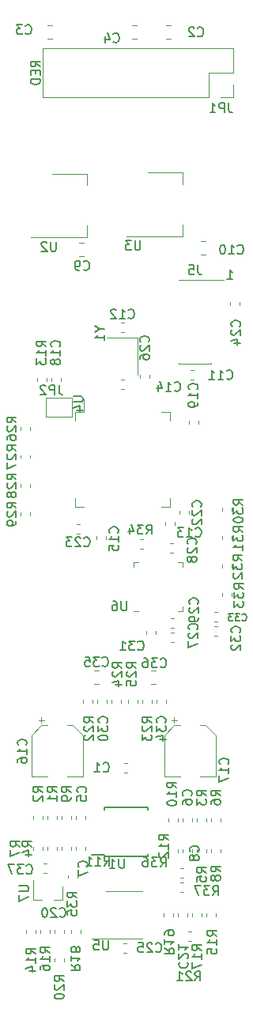
<source format=gbr>
G04 #@! TF.GenerationSoftware,KiCad,Pcbnew,(5.1.5)-3*
G04 #@! TF.CreationDate,2020-03-27T15:51:16+00:00*
G04 #@! TF.ProjectId,wagyu,77616779-752e-46b6-9963-61645f706362,rev?*
G04 #@! TF.SameCoordinates,Original*
G04 #@! TF.FileFunction,Legend,Bot*
G04 #@! TF.FilePolarity,Positive*
%FSLAX46Y46*%
G04 Gerber Fmt 4.6, Leading zero omitted, Abs format (unit mm)*
G04 Created by KiCad (PCBNEW (5.1.5)-3) date 2020-03-27 15:51:16*
%MOMM*%
%LPD*%
G04 APERTURE LIST*
%ADD10C,0.150000*%
%ADD11C,0.120000*%
G04 APERTURE END LIST*
D10*
X48926785Y-53855880D02*
X49498214Y-53855880D01*
X49212500Y-53855880D02*
X49212500Y-52855880D01*
X49307738Y-52998738D01*
X49402976Y-53093976D01*
X49498214Y-53141595D01*
X28900380Y-31107142D02*
X28424190Y-30773809D01*
X28900380Y-30535714D02*
X27900380Y-30535714D01*
X27900380Y-30916666D01*
X27948000Y-31011904D01*
X27995619Y-31059523D01*
X28090857Y-31107142D01*
X28233714Y-31107142D01*
X28328952Y-31059523D01*
X28376571Y-31011904D01*
X28424190Y-30916666D01*
X28424190Y-30535714D01*
X28376571Y-31535714D02*
X28376571Y-31869047D01*
X28900380Y-32011904D02*
X28900380Y-31535714D01*
X27900380Y-31535714D01*
X27900380Y-32011904D01*
X28900380Y-32440476D02*
X27900380Y-32440476D01*
X27900380Y-32678571D01*
X27948000Y-32821428D01*
X28043238Y-32916666D01*
X28138476Y-32964285D01*
X28328952Y-33011904D01*
X28471809Y-33011904D01*
X28662285Y-32964285D01*
X28757523Y-32916666D01*
X28852761Y-32821428D01*
X28900380Y-32678571D01*
X28900380Y-32440476D01*
D11*
X43906221Y-118489000D02*
X44231779Y-118489000D01*
X43906221Y-119509000D02*
X44231779Y-119509000D01*
X44231779Y-117985000D02*
X43906221Y-117985000D01*
X44231779Y-116965000D02*
X43906221Y-116965000D01*
X31302000Y-120355000D02*
X31302000Y-118895000D01*
X28142000Y-120355000D02*
X28142000Y-118195000D01*
X28142000Y-120355000D02*
X29072000Y-120355000D01*
X31302000Y-120355000D02*
X30372000Y-120355000D01*
X32895000Y-117667721D02*
X32895000Y-117993279D01*
X31875000Y-117667721D02*
X31875000Y-117993279D01*
X29301221Y-116457000D02*
X29626779Y-116457000D01*
X29301221Y-117477000D02*
X29626779Y-117477000D01*
X39588221Y-81722500D02*
X39913779Y-81722500D01*
X39588221Y-82742500D02*
X39913779Y-82742500D01*
X48385000Y-87792779D02*
X48385000Y-87467221D01*
X49405000Y-87792779D02*
X49405000Y-87467221D01*
X48385000Y-84744779D02*
X48385000Y-84419221D01*
X49405000Y-84744779D02*
X49405000Y-84419221D01*
X48385000Y-81696779D02*
X48385000Y-81371221D01*
X49405000Y-81696779D02*
X49405000Y-81371221D01*
X48385000Y-78648779D02*
X48385000Y-78323221D01*
X49405000Y-78648779D02*
X49405000Y-78323221D01*
X27815000Y-78831221D02*
X27815000Y-79156779D01*
X26795000Y-78831221D02*
X26795000Y-79156779D01*
X27815000Y-75783221D02*
X27815000Y-76108779D01*
X26795000Y-75783221D02*
X26795000Y-76108779D01*
X27815000Y-72709721D02*
X27815000Y-73035279D01*
X26795000Y-72709721D02*
X26795000Y-73035279D01*
X27815000Y-69687221D02*
X27815000Y-70012779D01*
X26795000Y-69687221D02*
X26795000Y-70012779D01*
X38352000Y-99222779D02*
X38352000Y-98897221D01*
X39372000Y-99222779D02*
X39372000Y-98897221D01*
X36574000Y-99222779D02*
X36574000Y-98897221D01*
X37594000Y-99222779D02*
X37594000Y-98897221D01*
X42420000Y-98897221D02*
X42420000Y-99222779D01*
X41400000Y-98897221D02*
X41400000Y-99222779D01*
X34546000Y-98897221D02*
X34546000Y-99222779D01*
X33526000Y-98897221D02*
X33526000Y-99222779D01*
X40762422Y-95810000D02*
X41279578Y-95810000D01*
X40762422Y-97230000D02*
X41279578Y-97230000D01*
X35183578Y-97230000D02*
X34666422Y-97230000D01*
X35183578Y-95810000D02*
X34666422Y-95810000D01*
X39876000Y-99222779D02*
X39876000Y-98897221D01*
X40896000Y-99222779D02*
X40896000Y-98897221D01*
X35050000Y-99222779D02*
X35050000Y-98897221D01*
X36070000Y-99222779D02*
X36070000Y-98897221D01*
X39383000Y-89425000D02*
X38908000Y-89425000D01*
X44128000Y-84205000D02*
X44128000Y-84680000D01*
X43653000Y-84205000D02*
X44128000Y-84205000D01*
X38908000Y-84205000D02*
X38908000Y-84680000D01*
X39383000Y-84205000D02*
X38908000Y-84205000D01*
X44128000Y-89425000D02*
X44128000Y-88950000D01*
X43653000Y-89425000D02*
X44128000Y-89425000D01*
X47589221Y-89469500D02*
X47914779Y-89469500D01*
X47589221Y-90489500D02*
X47914779Y-90489500D01*
X47589221Y-90993500D02*
X47914779Y-90993500D01*
X47589221Y-92013500D02*
X47914779Y-92013500D01*
X40257000Y-91856779D02*
X40257000Y-91531221D01*
X41277000Y-91856779D02*
X41277000Y-91531221D01*
X42890221Y-90168000D02*
X43215779Y-90168000D01*
X42890221Y-91188000D02*
X43215779Y-91188000D01*
X43152279Y-83187000D02*
X42826721Y-83187000D01*
X43152279Y-82167000D02*
X42826721Y-82167000D01*
X42890221Y-91692000D02*
X43215779Y-91692000D01*
X42890221Y-92712000D02*
X43215779Y-92712000D01*
X49590000Y-34350000D02*
X49590000Y-33020000D01*
X48260000Y-34350000D02*
X49590000Y-34350000D01*
X49590000Y-31750000D02*
X49590000Y-29150000D01*
X46990000Y-31750000D02*
X49590000Y-31750000D01*
X46990000Y-34350000D02*
X46990000Y-31750000D01*
X49590000Y-29150000D02*
X29150000Y-29150000D01*
X46990000Y-34350000D02*
X29150000Y-34350000D01*
X29150000Y-34350000D02*
X29150000Y-29150000D01*
X39369000Y-60103000D02*
X39369000Y-64103000D01*
X36069000Y-60103000D02*
X39369000Y-60103000D01*
X33559000Y-68042000D02*
X33559000Y-66702000D01*
X32609000Y-68042000D02*
X33559000Y-68042000D01*
X32609000Y-68992000D02*
X32609000Y-68042000D01*
X32609000Y-78262000D02*
X33559000Y-78262000D01*
X32609000Y-77312000D02*
X32609000Y-78262000D01*
X42829000Y-68042000D02*
X41879000Y-68042000D01*
X42829000Y-68992000D02*
X42829000Y-68042000D01*
X42829000Y-78262000D02*
X41879000Y-78262000D01*
X42829000Y-77312000D02*
X42829000Y-78262000D01*
X38191000Y-49257000D02*
X44201000Y-49257000D01*
X40441000Y-42437000D02*
X44201000Y-42437000D01*
X44201000Y-49257000D02*
X44201000Y-47997000D01*
X44201000Y-42437000D02*
X44201000Y-43697000D01*
X27904000Y-49384000D02*
X33914000Y-49384000D01*
X30154000Y-42564000D02*
X33914000Y-42564000D01*
X33914000Y-49384000D02*
X33914000Y-48124000D01*
X33914000Y-42564000D02*
X33914000Y-43824000D01*
X28573000Y-64805779D02*
X28573000Y-64480221D01*
X29593000Y-64805779D02*
X29593000Y-64480221D01*
X32276000Y-66564000D02*
X29476000Y-66564000D01*
X29476000Y-66564000D02*
X29476000Y-68564000D01*
X29476000Y-68564000D02*
X32276000Y-68564000D01*
X32276000Y-68564000D02*
X32276000Y-66564000D01*
X43701000Y-62860000D02*
X43701000Y-62925000D01*
X47231000Y-62860000D02*
X47231000Y-62925000D01*
X43701000Y-53915000D02*
X43701000Y-53980000D01*
X47231000Y-53915000D02*
X47231000Y-53980000D01*
X48556000Y-53980000D02*
X47231000Y-53980000D01*
X47231000Y-62925000D02*
X43701000Y-62925000D01*
X47231000Y-53915000D02*
X43701000Y-53915000D01*
X40642000Y-64099221D02*
X40642000Y-64424779D01*
X39622000Y-64099221D02*
X39622000Y-64424779D01*
X50294000Y-56352221D02*
X50294000Y-56677779D01*
X49274000Y-56352221D02*
X49274000Y-56677779D01*
X33182779Y-81155000D02*
X32857221Y-81155000D01*
X33182779Y-80135000D02*
X32857221Y-80135000D01*
X44833000Y-78704221D02*
X44833000Y-79029779D01*
X43813000Y-78704221D02*
X43813000Y-79029779D01*
X44829000Y-69377779D02*
X44829000Y-69052221D01*
X45849000Y-69377779D02*
X45849000Y-69052221D01*
X30097000Y-64805779D02*
X30097000Y-64480221D01*
X31117000Y-64805779D02*
X31117000Y-64480221D01*
X35943000Y-81396721D02*
X35943000Y-81722279D01*
X34923000Y-81396721D02*
X34923000Y-81722279D01*
X37556221Y-64641000D02*
X37881779Y-64641000D01*
X37556221Y-65661000D02*
X37881779Y-65661000D01*
X43309000Y-79847221D02*
X43309000Y-80172779D01*
X42289000Y-79847221D02*
X42289000Y-80172779D01*
X37881779Y-59565000D02*
X37556221Y-59565000D01*
X37881779Y-58545000D02*
X37556221Y-58545000D01*
X45049221Y-63625000D02*
X45374779Y-63625000D01*
X45049221Y-64645000D02*
X45374779Y-64645000D01*
X46613578Y-51256000D02*
X46096422Y-51256000D01*
X46613578Y-49836000D02*
X46096422Y-49836000D01*
X33611078Y-51383000D02*
X33093922Y-51383000D01*
X33611078Y-49963000D02*
X33093922Y-49963000D01*
X38730422Y-26722000D02*
X39247578Y-26722000D01*
X38730422Y-28142000D02*
X39247578Y-28142000D01*
X30230578Y-28142000D02*
X29713422Y-28142000D01*
X30230578Y-26722000D02*
X29713422Y-26722000D01*
X42413422Y-26722000D02*
X42930578Y-26722000D01*
X42413422Y-28142000D02*
X42930578Y-28142000D01*
X37911000Y-124480000D02*
X34461000Y-124480000D01*
X37911000Y-124480000D02*
X39861000Y-124480000D01*
X37911000Y-119360000D02*
X35961000Y-119360000D01*
X37911000Y-119360000D02*
X39861000Y-119360000D01*
D10*
X35775000Y-115530000D02*
X34425000Y-115530000D01*
X35775000Y-110405000D02*
X40425000Y-110405000D01*
X35775000Y-115655000D02*
X40425000Y-115655000D01*
X35775000Y-110405000D02*
X35775000Y-110630000D01*
X40425000Y-110405000D02*
X40425000Y-110630000D01*
X40425000Y-115655000D02*
X40425000Y-115430000D01*
X35775000Y-115655000D02*
X35775000Y-115530000D01*
D11*
X45120779Y-124716000D02*
X44795221Y-124716000D01*
X45120779Y-123696000D02*
X44795221Y-123696000D01*
X30478000Y-126908779D02*
X30478000Y-126583221D01*
X31498000Y-126908779D02*
X31498000Y-126583221D01*
X42162000Y-122082779D02*
X42162000Y-121757221D01*
X43182000Y-122082779D02*
X43182000Y-121757221D01*
X32256000Y-123860779D02*
X32256000Y-123535221D01*
X33276000Y-123860779D02*
X33276000Y-123535221D01*
X46230000Y-121757221D02*
X46230000Y-122082779D01*
X45210000Y-121757221D02*
X45210000Y-122082779D01*
X29974000Y-123535221D02*
X29974000Y-123860779D01*
X28954000Y-123535221D02*
X28954000Y-123860779D01*
X47754000Y-121757221D02*
X47754000Y-122082779D01*
X46734000Y-121757221D02*
X46734000Y-122082779D01*
X28450000Y-123535221D02*
X28450000Y-123860779D01*
X27430000Y-123535221D02*
X27430000Y-123860779D01*
X42670000Y-115224779D02*
X42670000Y-114899221D01*
X43690000Y-115224779D02*
X43690000Y-114899221D01*
X32764000Y-114970779D02*
X32764000Y-114645221D01*
X33784000Y-114970779D02*
X33784000Y-114645221D01*
X43690000Y-111597221D02*
X43690000Y-111922779D01*
X42670000Y-111597221D02*
X42670000Y-111922779D01*
X32260000Y-111343221D02*
X32260000Y-111668779D01*
X31240000Y-111343221D02*
X31240000Y-111668779D01*
X47242000Y-115224779D02*
X47242000Y-114899221D01*
X48262000Y-115224779D02*
X48262000Y-114899221D01*
X29212000Y-114645221D02*
X29212000Y-114970779D01*
X28192000Y-114645221D02*
X28192000Y-114970779D01*
X48262000Y-111597221D02*
X48262000Y-111922779D01*
X47242000Y-111597221D02*
X47242000Y-111922779D01*
X46738000Y-114899221D02*
X46738000Y-115224779D01*
X45718000Y-114899221D02*
X45718000Y-115224779D01*
X30736000Y-114645221D02*
X30736000Y-114970779D01*
X29716000Y-114645221D02*
X29716000Y-114970779D01*
X45718000Y-111922779D02*
X45718000Y-111597221D01*
X46738000Y-111922779D02*
X46738000Y-111597221D01*
X29212000Y-111343221D02*
X29212000Y-111668779D01*
X28192000Y-111343221D02*
X28192000Y-111668779D01*
X29716000Y-111668779D02*
X29716000Y-111343221D01*
X30736000Y-111668779D02*
X30736000Y-111343221D01*
X37810221Y-124966000D02*
X38135779Y-124966000D01*
X37810221Y-125986000D02*
X38135779Y-125986000D01*
X43686000Y-122082779D02*
X43686000Y-121757221D01*
X44706000Y-122082779D02*
X44706000Y-121757221D01*
X30478000Y-123860779D02*
X30478000Y-123535221D01*
X31498000Y-123860779D02*
X31498000Y-123535221D01*
X42960500Y-101081500D02*
X43585500Y-101081500D01*
X43273000Y-100769000D02*
X43273000Y-101394000D01*
X46653563Y-101634000D02*
X47718000Y-102698437D01*
X43262437Y-101634000D02*
X42198000Y-102698437D01*
X43262437Y-101634000D02*
X43898000Y-101634000D01*
X46653563Y-101634000D02*
X46018000Y-101634000D01*
X47718000Y-102698437D02*
X47718000Y-107154000D01*
X42198000Y-102698437D02*
X42198000Y-107154000D01*
X42198000Y-107154000D02*
X43898000Y-107154000D01*
X47718000Y-107154000D02*
X46018000Y-107154000D01*
X28736500Y-101081500D02*
X29361500Y-101081500D01*
X29049000Y-100769000D02*
X29049000Y-101394000D01*
X32429563Y-101634000D02*
X33494000Y-102698437D01*
X29038437Y-101634000D02*
X27974000Y-102698437D01*
X29038437Y-101634000D02*
X29674000Y-101634000D01*
X32429563Y-101634000D02*
X31794000Y-101634000D01*
X33494000Y-102698437D02*
X33494000Y-107154000D01*
X27974000Y-102698437D02*
X27974000Y-107154000D01*
X27974000Y-107154000D02*
X29674000Y-107154000D01*
X33494000Y-107154000D02*
X31794000Y-107154000D01*
X44194000Y-115224779D02*
X44194000Y-114899221D01*
X45214000Y-115224779D02*
X45214000Y-114899221D01*
X31240000Y-114970779D02*
X31240000Y-114645221D01*
X32260000Y-114970779D02*
X32260000Y-114645221D01*
X45214000Y-111597221D02*
X45214000Y-111922779D01*
X44194000Y-111597221D02*
X44194000Y-111922779D01*
X33784000Y-111343221D02*
X33784000Y-111668779D01*
X32764000Y-111343221D02*
X32764000Y-111668779D01*
X38262779Y-106682000D02*
X37937221Y-106682000D01*
X38262779Y-105662000D02*
X37937221Y-105662000D01*
D10*
X47378857Y-119832380D02*
X47712190Y-119356190D01*
X47950285Y-119832380D02*
X47950285Y-118832380D01*
X47569333Y-118832380D01*
X47474095Y-118880000D01*
X47426476Y-118927619D01*
X47378857Y-119022857D01*
X47378857Y-119165714D01*
X47426476Y-119260952D01*
X47474095Y-119308571D01*
X47569333Y-119356190D01*
X47950285Y-119356190D01*
X47045523Y-118832380D02*
X46426476Y-118832380D01*
X46759809Y-119213333D01*
X46616952Y-119213333D01*
X46521714Y-119260952D01*
X46474095Y-119308571D01*
X46426476Y-119403809D01*
X46426476Y-119641904D01*
X46474095Y-119737142D01*
X46521714Y-119784761D01*
X46616952Y-119832380D01*
X46902666Y-119832380D01*
X46997904Y-119784761D01*
X47045523Y-119737142D01*
X46093142Y-118832380D02*
X45426476Y-118832380D01*
X45855047Y-119832380D01*
X41790857Y-116784380D02*
X42124190Y-116308190D01*
X42362285Y-116784380D02*
X42362285Y-115784380D01*
X41981333Y-115784380D01*
X41886095Y-115832000D01*
X41838476Y-115879619D01*
X41790857Y-115974857D01*
X41790857Y-116117714D01*
X41838476Y-116212952D01*
X41886095Y-116260571D01*
X41981333Y-116308190D01*
X42362285Y-116308190D01*
X41457523Y-115784380D02*
X40838476Y-115784380D01*
X41171809Y-116165333D01*
X41028952Y-116165333D01*
X40933714Y-116212952D01*
X40886095Y-116260571D01*
X40838476Y-116355809D01*
X40838476Y-116593904D01*
X40886095Y-116689142D01*
X40933714Y-116736761D01*
X41028952Y-116784380D01*
X41314666Y-116784380D01*
X41409904Y-116736761D01*
X41457523Y-116689142D01*
X39981333Y-115784380D02*
X40171809Y-115784380D01*
X40267047Y-115832000D01*
X40314666Y-115879619D01*
X40409904Y-116022476D01*
X40457523Y-116212952D01*
X40457523Y-116593904D01*
X40409904Y-116689142D01*
X40362285Y-116736761D01*
X40267047Y-116784380D01*
X40076571Y-116784380D01*
X39981333Y-116736761D01*
X39933714Y-116689142D01*
X39886095Y-116593904D01*
X39886095Y-116355809D01*
X39933714Y-116260571D01*
X39981333Y-116212952D01*
X40076571Y-116165333D01*
X40267047Y-116165333D01*
X40362285Y-116212952D01*
X40409904Y-116260571D01*
X40457523Y-116355809D01*
X26674380Y-118833095D02*
X27483904Y-118833095D01*
X27579142Y-118880714D01*
X27626761Y-118928333D01*
X27674380Y-119023571D01*
X27674380Y-119214047D01*
X27626761Y-119309285D01*
X27579142Y-119356904D01*
X27483904Y-119404523D01*
X26674380Y-119404523D01*
X26674380Y-119785476D02*
X26674380Y-120452142D01*
X27674380Y-120023571D01*
X32837380Y-120108642D02*
X32361190Y-119775309D01*
X32837380Y-119537214D02*
X31837380Y-119537214D01*
X31837380Y-119918166D01*
X31885000Y-120013404D01*
X31932619Y-120061023D01*
X32027857Y-120108642D01*
X32170714Y-120108642D01*
X32265952Y-120061023D01*
X32313571Y-120013404D01*
X32361190Y-119918166D01*
X32361190Y-119537214D01*
X31837380Y-120441976D02*
X31837380Y-121061023D01*
X32218333Y-120727690D01*
X32218333Y-120870547D01*
X32265952Y-120965785D01*
X32313571Y-121013404D01*
X32408809Y-121061023D01*
X32646904Y-121061023D01*
X32742142Y-121013404D01*
X32789761Y-120965785D01*
X32837380Y-120870547D01*
X32837380Y-120584833D01*
X32789761Y-120489595D01*
X32742142Y-120441976D01*
X31837380Y-121965785D02*
X31837380Y-121489595D01*
X32313571Y-121441976D01*
X32265952Y-121489595D01*
X32218333Y-121584833D01*
X32218333Y-121822928D01*
X32265952Y-121918166D01*
X32313571Y-121965785D01*
X32408809Y-122013404D01*
X32646904Y-122013404D01*
X32742142Y-121965785D01*
X32789761Y-121918166D01*
X32837380Y-121822928D01*
X32837380Y-121584833D01*
X32789761Y-121489595D01*
X32742142Y-121441976D01*
X27439857Y-117451142D02*
X27487476Y-117498761D01*
X27630333Y-117546380D01*
X27725571Y-117546380D01*
X27868428Y-117498761D01*
X27963666Y-117403523D01*
X28011285Y-117308285D01*
X28058904Y-117117809D01*
X28058904Y-116974952D01*
X28011285Y-116784476D01*
X27963666Y-116689238D01*
X27868428Y-116594000D01*
X27725571Y-116546380D01*
X27630333Y-116546380D01*
X27487476Y-116594000D01*
X27439857Y-116641619D01*
X27106523Y-116546380D02*
X26487476Y-116546380D01*
X26820809Y-116927333D01*
X26677952Y-116927333D01*
X26582714Y-116974952D01*
X26535095Y-117022571D01*
X26487476Y-117117809D01*
X26487476Y-117355904D01*
X26535095Y-117451142D01*
X26582714Y-117498761D01*
X26677952Y-117546380D01*
X26963666Y-117546380D01*
X27058904Y-117498761D01*
X27106523Y-117451142D01*
X26154142Y-116546380D02*
X25487476Y-116546380D01*
X25916047Y-117546380D01*
X40266857Y-81160880D02*
X40600190Y-80684690D01*
X40838285Y-81160880D02*
X40838285Y-80160880D01*
X40457333Y-80160880D01*
X40362095Y-80208500D01*
X40314476Y-80256119D01*
X40266857Y-80351357D01*
X40266857Y-80494214D01*
X40314476Y-80589452D01*
X40362095Y-80637071D01*
X40457333Y-80684690D01*
X40838285Y-80684690D01*
X39933523Y-80160880D02*
X39314476Y-80160880D01*
X39647809Y-80541833D01*
X39504952Y-80541833D01*
X39409714Y-80589452D01*
X39362095Y-80637071D01*
X39314476Y-80732309D01*
X39314476Y-80970404D01*
X39362095Y-81065642D01*
X39409714Y-81113261D01*
X39504952Y-81160880D01*
X39790666Y-81160880D01*
X39885904Y-81113261D01*
X39933523Y-81065642D01*
X38457333Y-80494214D02*
X38457333Y-81160880D01*
X38695428Y-80113261D02*
X38933523Y-80827547D01*
X38314476Y-80827547D01*
X50680880Y-87050642D02*
X50204690Y-86717309D01*
X50680880Y-86479214D02*
X49680880Y-86479214D01*
X49680880Y-86860166D01*
X49728500Y-86955404D01*
X49776119Y-87003023D01*
X49871357Y-87050642D01*
X50014214Y-87050642D01*
X50109452Y-87003023D01*
X50157071Y-86955404D01*
X50204690Y-86860166D01*
X50204690Y-86479214D01*
X49680880Y-87383976D02*
X49680880Y-88003023D01*
X50061833Y-87669690D01*
X50061833Y-87812547D01*
X50109452Y-87907785D01*
X50157071Y-87955404D01*
X50252309Y-88003023D01*
X50490404Y-88003023D01*
X50585642Y-87955404D01*
X50633261Y-87907785D01*
X50680880Y-87812547D01*
X50680880Y-87526833D01*
X50633261Y-87431595D01*
X50585642Y-87383976D01*
X49680880Y-88336357D02*
X49680880Y-88955404D01*
X50061833Y-88622071D01*
X50061833Y-88764928D01*
X50109452Y-88860166D01*
X50157071Y-88907785D01*
X50252309Y-88955404D01*
X50490404Y-88955404D01*
X50585642Y-88907785D01*
X50633261Y-88860166D01*
X50680880Y-88764928D01*
X50680880Y-88479214D01*
X50633261Y-88383976D01*
X50585642Y-88336357D01*
X50553880Y-84002642D02*
X50077690Y-83669309D01*
X50553880Y-83431214D02*
X49553880Y-83431214D01*
X49553880Y-83812166D01*
X49601500Y-83907404D01*
X49649119Y-83955023D01*
X49744357Y-84002642D01*
X49887214Y-84002642D01*
X49982452Y-83955023D01*
X50030071Y-83907404D01*
X50077690Y-83812166D01*
X50077690Y-83431214D01*
X49553880Y-84335976D02*
X49553880Y-84955023D01*
X49934833Y-84621690D01*
X49934833Y-84764547D01*
X49982452Y-84859785D01*
X50030071Y-84907404D01*
X50125309Y-84955023D01*
X50363404Y-84955023D01*
X50458642Y-84907404D01*
X50506261Y-84859785D01*
X50553880Y-84764547D01*
X50553880Y-84478833D01*
X50506261Y-84383595D01*
X50458642Y-84335976D01*
X49649119Y-85335976D02*
X49601500Y-85383595D01*
X49553880Y-85478833D01*
X49553880Y-85716928D01*
X49601500Y-85812166D01*
X49649119Y-85859785D01*
X49744357Y-85907404D01*
X49839595Y-85907404D01*
X49982452Y-85859785D01*
X50553880Y-85288357D01*
X50553880Y-85907404D01*
X50617380Y-80954642D02*
X50141190Y-80621309D01*
X50617380Y-80383214D02*
X49617380Y-80383214D01*
X49617380Y-80764166D01*
X49665000Y-80859404D01*
X49712619Y-80907023D01*
X49807857Y-80954642D01*
X49950714Y-80954642D01*
X50045952Y-80907023D01*
X50093571Y-80859404D01*
X50141190Y-80764166D01*
X50141190Y-80383214D01*
X49617380Y-81287976D02*
X49617380Y-81907023D01*
X49998333Y-81573690D01*
X49998333Y-81716547D01*
X50045952Y-81811785D01*
X50093571Y-81859404D01*
X50188809Y-81907023D01*
X50426904Y-81907023D01*
X50522142Y-81859404D01*
X50569761Y-81811785D01*
X50617380Y-81716547D01*
X50617380Y-81430833D01*
X50569761Y-81335595D01*
X50522142Y-81287976D01*
X50617380Y-82859404D02*
X50617380Y-82287976D01*
X50617380Y-82573690D02*
X49617380Y-82573690D01*
X49760238Y-82478452D01*
X49855476Y-82383214D01*
X49903095Y-82287976D01*
X50617380Y-78033642D02*
X50141190Y-77700309D01*
X50617380Y-77462214D02*
X49617380Y-77462214D01*
X49617380Y-77843166D01*
X49665000Y-77938404D01*
X49712619Y-77986023D01*
X49807857Y-78033642D01*
X49950714Y-78033642D01*
X50045952Y-77986023D01*
X50093571Y-77938404D01*
X50141190Y-77843166D01*
X50141190Y-77462214D01*
X49617380Y-78366976D02*
X49617380Y-78986023D01*
X49998333Y-78652690D01*
X49998333Y-78795547D01*
X50045952Y-78890785D01*
X50093571Y-78938404D01*
X50188809Y-78986023D01*
X50426904Y-78986023D01*
X50522142Y-78938404D01*
X50569761Y-78890785D01*
X50617380Y-78795547D01*
X50617380Y-78509833D01*
X50569761Y-78414595D01*
X50522142Y-78366976D01*
X49617380Y-79605071D02*
X49617380Y-79700309D01*
X49665000Y-79795547D01*
X49712619Y-79843166D01*
X49807857Y-79890785D01*
X49998333Y-79938404D01*
X50236428Y-79938404D01*
X50426904Y-79890785D01*
X50522142Y-79843166D01*
X50569761Y-79795547D01*
X50617380Y-79700309D01*
X50617380Y-79605071D01*
X50569761Y-79509833D01*
X50522142Y-79462214D01*
X50426904Y-79414595D01*
X50236428Y-79366976D01*
X49998333Y-79366976D01*
X49807857Y-79414595D01*
X49712619Y-79462214D01*
X49665000Y-79509833D01*
X49617380Y-79605071D01*
X26327380Y-78351142D02*
X25851190Y-78017809D01*
X26327380Y-77779714D02*
X25327380Y-77779714D01*
X25327380Y-78160666D01*
X25375000Y-78255904D01*
X25422619Y-78303523D01*
X25517857Y-78351142D01*
X25660714Y-78351142D01*
X25755952Y-78303523D01*
X25803571Y-78255904D01*
X25851190Y-78160666D01*
X25851190Y-77779714D01*
X25422619Y-78732095D02*
X25375000Y-78779714D01*
X25327380Y-78874952D01*
X25327380Y-79113047D01*
X25375000Y-79208285D01*
X25422619Y-79255904D01*
X25517857Y-79303523D01*
X25613095Y-79303523D01*
X25755952Y-79255904D01*
X26327380Y-78684476D01*
X26327380Y-79303523D01*
X26327380Y-79779714D02*
X26327380Y-79970190D01*
X26279761Y-80065428D01*
X26232142Y-80113047D01*
X26089285Y-80208285D01*
X25898809Y-80255904D01*
X25517857Y-80255904D01*
X25422619Y-80208285D01*
X25375000Y-80160666D01*
X25327380Y-80065428D01*
X25327380Y-79874952D01*
X25375000Y-79779714D01*
X25422619Y-79732095D01*
X25517857Y-79684476D01*
X25755952Y-79684476D01*
X25851190Y-79732095D01*
X25898809Y-79779714D01*
X25946428Y-79874952D01*
X25946428Y-80065428D01*
X25898809Y-80160666D01*
X25851190Y-80208285D01*
X25755952Y-80255904D01*
X26327380Y-75303142D02*
X25851190Y-74969809D01*
X26327380Y-74731714D02*
X25327380Y-74731714D01*
X25327380Y-75112666D01*
X25375000Y-75207904D01*
X25422619Y-75255523D01*
X25517857Y-75303142D01*
X25660714Y-75303142D01*
X25755952Y-75255523D01*
X25803571Y-75207904D01*
X25851190Y-75112666D01*
X25851190Y-74731714D01*
X25422619Y-75684095D02*
X25375000Y-75731714D01*
X25327380Y-75826952D01*
X25327380Y-76065047D01*
X25375000Y-76160285D01*
X25422619Y-76207904D01*
X25517857Y-76255523D01*
X25613095Y-76255523D01*
X25755952Y-76207904D01*
X26327380Y-75636476D01*
X26327380Y-76255523D01*
X25755952Y-76826952D02*
X25708333Y-76731714D01*
X25660714Y-76684095D01*
X25565476Y-76636476D01*
X25517857Y-76636476D01*
X25422619Y-76684095D01*
X25375000Y-76731714D01*
X25327380Y-76826952D01*
X25327380Y-77017428D01*
X25375000Y-77112666D01*
X25422619Y-77160285D01*
X25517857Y-77207904D01*
X25565476Y-77207904D01*
X25660714Y-77160285D01*
X25708333Y-77112666D01*
X25755952Y-77017428D01*
X25755952Y-76826952D01*
X25803571Y-76731714D01*
X25851190Y-76684095D01*
X25946428Y-76636476D01*
X26136904Y-76636476D01*
X26232142Y-76684095D01*
X26279761Y-76731714D01*
X26327380Y-76826952D01*
X26327380Y-77017428D01*
X26279761Y-77112666D01*
X26232142Y-77160285D01*
X26136904Y-77207904D01*
X25946428Y-77207904D01*
X25851190Y-77160285D01*
X25803571Y-77112666D01*
X25755952Y-77017428D01*
X26327380Y-72229642D02*
X25851190Y-71896309D01*
X26327380Y-71658214D02*
X25327380Y-71658214D01*
X25327380Y-72039166D01*
X25375000Y-72134404D01*
X25422619Y-72182023D01*
X25517857Y-72229642D01*
X25660714Y-72229642D01*
X25755952Y-72182023D01*
X25803571Y-72134404D01*
X25851190Y-72039166D01*
X25851190Y-71658214D01*
X25422619Y-72610595D02*
X25375000Y-72658214D01*
X25327380Y-72753452D01*
X25327380Y-72991547D01*
X25375000Y-73086785D01*
X25422619Y-73134404D01*
X25517857Y-73182023D01*
X25613095Y-73182023D01*
X25755952Y-73134404D01*
X26327380Y-72562976D01*
X26327380Y-73182023D01*
X25327380Y-73515357D02*
X25327380Y-74182023D01*
X26327380Y-73753452D01*
X26327380Y-69207142D02*
X25851190Y-68873809D01*
X26327380Y-68635714D02*
X25327380Y-68635714D01*
X25327380Y-69016666D01*
X25375000Y-69111904D01*
X25422619Y-69159523D01*
X25517857Y-69207142D01*
X25660714Y-69207142D01*
X25755952Y-69159523D01*
X25803571Y-69111904D01*
X25851190Y-69016666D01*
X25851190Y-68635714D01*
X25422619Y-69588095D02*
X25375000Y-69635714D01*
X25327380Y-69730952D01*
X25327380Y-69969047D01*
X25375000Y-70064285D01*
X25422619Y-70111904D01*
X25517857Y-70159523D01*
X25613095Y-70159523D01*
X25755952Y-70111904D01*
X26327380Y-69540476D01*
X26327380Y-70159523D01*
X25327380Y-71016666D02*
X25327380Y-70826190D01*
X25375000Y-70730952D01*
X25422619Y-70683333D01*
X25565476Y-70588095D01*
X25755952Y-70540476D01*
X26136904Y-70540476D01*
X26232142Y-70588095D01*
X26279761Y-70635714D01*
X26327380Y-70730952D01*
X26327380Y-70921428D01*
X26279761Y-71016666D01*
X26232142Y-71064285D01*
X26136904Y-71111904D01*
X25898809Y-71111904D01*
X25803571Y-71064285D01*
X25755952Y-71016666D01*
X25708333Y-70921428D01*
X25708333Y-70730952D01*
X25755952Y-70635714D01*
X25803571Y-70588095D01*
X25898809Y-70540476D01*
X39187380Y-95496142D02*
X38711190Y-95162809D01*
X39187380Y-94924714D02*
X38187380Y-94924714D01*
X38187380Y-95305666D01*
X38235000Y-95400904D01*
X38282619Y-95448523D01*
X38377857Y-95496142D01*
X38520714Y-95496142D01*
X38615952Y-95448523D01*
X38663571Y-95400904D01*
X38711190Y-95305666D01*
X38711190Y-94924714D01*
X38282619Y-95877095D02*
X38235000Y-95924714D01*
X38187380Y-96019952D01*
X38187380Y-96258047D01*
X38235000Y-96353285D01*
X38282619Y-96400904D01*
X38377857Y-96448523D01*
X38473095Y-96448523D01*
X38615952Y-96400904D01*
X39187380Y-95829476D01*
X39187380Y-96448523D01*
X38187380Y-97353285D02*
X38187380Y-96877095D01*
X38663571Y-96829476D01*
X38615952Y-96877095D01*
X38568333Y-96972333D01*
X38568333Y-97210428D01*
X38615952Y-97305666D01*
X38663571Y-97353285D01*
X38758809Y-97400904D01*
X38996904Y-97400904D01*
X39092142Y-97353285D01*
X39139761Y-97305666D01*
X39187380Y-97210428D01*
X39187380Y-96972333D01*
X39139761Y-96877095D01*
X39092142Y-96829476D01*
X37663380Y-95496142D02*
X37187190Y-95162809D01*
X37663380Y-94924714D02*
X36663380Y-94924714D01*
X36663380Y-95305666D01*
X36711000Y-95400904D01*
X36758619Y-95448523D01*
X36853857Y-95496142D01*
X36996714Y-95496142D01*
X37091952Y-95448523D01*
X37139571Y-95400904D01*
X37187190Y-95305666D01*
X37187190Y-94924714D01*
X36758619Y-95877095D02*
X36711000Y-95924714D01*
X36663380Y-96019952D01*
X36663380Y-96258047D01*
X36711000Y-96353285D01*
X36758619Y-96400904D01*
X36853857Y-96448523D01*
X36949095Y-96448523D01*
X37091952Y-96400904D01*
X37663380Y-95829476D01*
X37663380Y-96448523D01*
X36996714Y-97305666D02*
X37663380Y-97305666D01*
X36615761Y-97067571D02*
X37330047Y-96829476D01*
X37330047Y-97448523D01*
X40838380Y-101338142D02*
X40362190Y-101004809D01*
X40838380Y-100766714D02*
X39838380Y-100766714D01*
X39838380Y-101147666D01*
X39886000Y-101242904D01*
X39933619Y-101290523D01*
X40028857Y-101338142D01*
X40171714Y-101338142D01*
X40266952Y-101290523D01*
X40314571Y-101242904D01*
X40362190Y-101147666D01*
X40362190Y-100766714D01*
X39933619Y-101719095D02*
X39886000Y-101766714D01*
X39838380Y-101861952D01*
X39838380Y-102100047D01*
X39886000Y-102195285D01*
X39933619Y-102242904D01*
X40028857Y-102290523D01*
X40124095Y-102290523D01*
X40266952Y-102242904D01*
X40838380Y-101671476D01*
X40838380Y-102290523D01*
X39838380Y-102623857D02*
X39838380Y-103242904D01*
X40219333Y-102909571D01*
X40219333Y-103052428D01*
X40266952Y-103147666D01*
X40314571Y-103195285D01*
X40409809Y-103242904D01*
X40647904Y-103242904D01*
X40743142Y-103195285D01*
X40790761Y-103147666D01*
X40838380Y-103052428D01*
X40838380Y-102766714D01*
X40790761Y-102671476D01*
X40743142Y-102623857D01*
X34615380Y-101338142D02*
X34139190Y-101004809D01*
X34615380Y-100766714D02*
X33615380Y-100766714D01*
X33615380Y-101147666D01*
X33663000Y-101242904D01*
X33710619Y-101290523D01*
X33805857Y-101338142D01*
X33948714Y-101338142D01*
X34043952Y-101290523D01*
X34091571Y-101242904D01*
X34139190Y-101147666D01*
X34139190Y-100766714D01*
X33710619Y-101719095D02*
X33663000Y-101766714D01*
X33615380Y-101861952D01*
X33615380Y-102100047D01*
X33663000Y-102195285D01*
X33710619Y-102242904D01*
X33805857Y-102290523D01*
X33901095Y-102290523D01*
X34043952Y-102242904D01*
X34615380Y-101671476D01*
X34615380Y-102290523D01*
X33710619Y-102671476D02*
X33663000Y-102719095D01*
X33615380Y-102814333D01*
X33615380Y-103052428D01*
X33663000Y-103147666D01*
X33710619Y-103195285D01*
X33805857Y-103242904D01*
X33901095Y-103242904D01*
X34043952Y-103195285D01*
X34615380Y-102623857D01*
X34615380Y-103242904D01*
X41790857Y-95353142D02*
X41838476Y-95400761D01*
X41981333Y-95448380D01*
X42076571Y-95448380D01*
X42219428Y-95400761D01*
X42314666Y-95305523D01*
X42362285Y-95210285D01*
X42409904Y-95019809D01*
X42409904Y-94876952D01*
X42362285Y-94686476D01*
X42314666Y-94591238D01*
X42219428Y-94496000D01*
X42076571Y-94448380D01*
X41981333Y-94448380D01*
X41838476Y-94496000D01*
X41790857Y-94543619D01*
X41457523Y-94448380D02*
X40838476Y-94448380D01*
X41171809Y-94829333D01*
X41028952Y-94829333D01*
X40933714Y-94876952D01*
X40886095Y-94924571D01*
X40838476Y-95019809D01*
X40838476Y-95257904D01*
X40886095Y-95353142D01*
X40933714Y-95400761D01*
X41028952Y-95448380D01*
X41314666Y-95448380D01*
X41409904Y-95400761D01*
X41457523Y-95353142D01*
X39981333Y-94448380D02*
X40171809Y-94448380D01*
X40267047Y-94496000D01*
X40314666Y-94543619D01*
X40409904Y-94686476D01*
X40457523Y-94876952D01*
X40457523Y-95257904D01*
X40409904Y-95353142D01*
X40362285Y-95400761D01*
X40267047Y-95448380D01*
X40076571Y-95448380D01*
X39981333Y-95400761D01*
X39933714Y-95353142D01*
X39886095Y-95257904D01*
X39886095Y-95019809D01*
X39933714Y-94924571D01*
X39981333Y-94876952D01*
X40076571Y-94829333D01*
X40267047Y-94829333D01*
X40362285Y-94876952D01*
X40409904Y-94924571D01*
X40457523Y-95019809D01*
X35567857Y-95227142D02*
X35615476Y-95274761D01*
X35758333Y-95322380D01*
X35853571Y-95322380D01*
X35996428Y-95274761D01*
X36091666Y-95179523D01*
X36139285Y-95084285D01*
X36186904Y-94893809D01*
X36186904Y-94750952D01*
X36139285Y-94560476D01*
X36091666Y-94465238D01*
X35996428Y-94370000D01*
X35853571Y-94322380D01*
X35758333Y-94322380D01*
X35615476Y-94370000D01*
X35567857Y-94417619D01*
X35234523Y-94322380D02*
X34615476Y-94322380D01*
X34948809Y-94703333D01*
X34805952Y-94703333D01*
X34710714Y-94750952D01*
X34663095Y-94798571D01*
X34615476Y-94893809D01*
X34615476Y-95131904D01*
X34663095Y-95227142D01*
X34710714Y-95274761D01*
X34805952Y-95322380D01*
X35091666Y-95322380D01*
X35186904Y-95274761D01*
X35234523Y-95227142D01*
X33710714Y-94322380D02*
X34186904Y-94322380D01*
X34234523Y-94798571D01*
X34186904Y-94750952D01*
X34091666Y-94703333D01*
X33853571Y-94703333D01*
X33758333Y-94750952D01*
X33710714Y-94798571D01*
X33663095Y-94893809D01*
X33663095Y-95131904D01*
X33710714Y-95227142D01*
X33758333Y-95274761D01*
X33853571Y-95322380D01*
X34091666Y-95322380D01*
X34186904Y-95274761D01*
X34234523Y-95227142D01*
X42267142Y-101338142D02*
X42314761Y-101290523D01*
X42362380Y-101147666D01*
X42362380Y-101052428D01*
X42314761Y-100909571D01*
X42219523Y-100814333D01*
X42124285Y-100766714D01*
X41933809Y-100719095D01*
X41790952Y-100719095D01*
X41600476Y-100766714D01*
X41505238Y-100814333D01*
X41410000Y-100909571D01*
X41362380Y-101052428D01*
X41362380Y-101147666D01*
X41410000Y-101290523D01*
X41457619Y-101338142D01*
X41362380Y-101671476D02*
X41362380Y-102290523D01*
X41743333Y-101957190D01*
X41743333Y-102100047D01*
X41790952Y-102195285D01*
X41838571Y-102242904D01*
X41933809Y-102290523D01*
X42171904Y-102290523D01*
X42267142Y-102242904D01*
X42314761Y-102195285D01*
X42362380Y-102100047D01*
X42362380Y-101814333D01*
X42314761Y-101719095D01*
X42267142Y-101671476D01*
X41695714Y-103147666D02*
X42362380Y-103147666D01*
X41314761Y-102909571D02*
X42029047Y-102671476D01*
X42029047Y-103290523D01*
X36044142Y-101338142D02*
X36091761Y-101290523D01*
X36139380Y-101147666D01*
X36139380Y-101052428D01*
X36091761Y-100909571D01*
X35996523Y-100814333D01*
X35901285Y-100766714D01*
X35710809Y-100719095D01*
X35567952Y-100719095D01*
X35377476Y-100766714D01*
X35282238Y-100814333D01*
X35187000Y-100909571D01*
X35139380Y-101052428D01*
X35139380Y-101147666D01*
X35187000Y-101290523D01*
X35234619Y-101338142D01*
X35139380Y-101671476D02*
X35139380Y-102290523D01*
X35520333Y-101957190D01*
X35520333Y-102100047D01*
X35567952Y-102195285D01*
X35615571Y-102242904D01*
X35710809Y-102290523D01*
X35948904Y-102290523D01*
X36044142Y-102242904D01*
X36091761Y-102195285D01*
X36139380Y-102100047D01*
X36139380Y-101814333D01*
X36091761Y-101719095D01*
X36044142Y-101671476D01*
X35139380Y-102909571D02*
X35139380Y-103004809D01*
X35187000Y-103100047D01*
X35234619Y-103147666D01*
X35329857Y-103195285D01*
X35520333Y-103242904D01*
X35758428Y-103242904D01*
X35948904Y-103195285D01*
X36044142Y-103147666D01*
X36091761Y-103100047D01*
X36139380Y-103004809D01*
X36139380Y-102909571D01*
X36091761Y-102814333D01*
X36044142Y-102766714D01*
X35948904Y-102719095D01*
X35758428Y-102671476D01*
X35520333Y-102671476D01*
X35329857Y-102719095D01*
X35234619Y-102766714D01*
X35187000Y-102814333D01*
X35139380Y-102909571D01*
X38163404Y-88352380D02*
X38163404Y-89161904D01*
X38115785Y-89257142D01*
X38068166Y-89304761D01*
X37972928Y-89352380D01*
X37782452Y-89352380D01*
X37687214Y-89304761D01*
X37639595Y-89257142D01*
X37591976Y-89161904D01*
X37591976Y-88352380D01*
X36687214Y-88352380D02*
X36877690Y-88352380D01*
X36972928Y-88400000D01*
X37020547Y-88447619D01*
X37115785Y-88590476D01*
X37163404Y-88780952D01*
X37163404Y-89161904D01*
X37115785Y-89257142D01*
X37068166Y-89304761D01*
X36972928Y-89352380D01*
X36782452Y-89352380D01*
X36687214Y-89304761D01*
X36639595Y-89257142D01*
X36591976Y-89161904D01*
X36591976Y-88923809D01*
X36639595Y-88828571D01*
X36687214Y-88780952D01*
X36782452Y-88733333D01*
X36972928Y-88733333D01*
X37068166Y-88780952D01*
X37115785Y-88828571D01*
X37163404Y-88923809D01*
X50527857Y-90378642D02*
X50564142Y-90414928D01*
X50673000Y-90451214D01*
X50745571Y-90451214D01*
X50854428Y-90414928D01*
X50927000Y-90342357D01*
X50963285Y-90269785D01*
X50999571Y-90124642D01*
X50999571Y-90015785D01*
X50963285Y-89870642D01*
X50927000Y-89798071D01*
X50854428Y-89725500D01*
X50745571Y-89689214D01*
X50673000Y-89689214D01*
X50564142Y-89725500D01*
X50527857Y-89761785D01*
X50273857Y-89689214D02*
X49802142Y-89689214D01*
X50056142Y-89979500D01*
X49947285Y-89979500D01*
X49874714Y-90015785D01*
X49838428Y-90052071D01*
X49802142Y-90124642D01*
X49802142Y-90306071D01*
X49838428Y-90378642D01*
X49874714Y-90414928D01*
X49947285Y-90451214D01*
X50165000Y-90451214D01*
X50237571Y-90414928D01*
X50273857Y-90378642D01*
X49548142Y-89689214D02*
X49076428Y-89689214D01*
X49330428Y-89979500D01*
X49221571Y-89979500D01*
X49149000Y-90015785D01*
X49112714Y-90052071D01*
X49076428Y-90124642D01*
X49076428Y-90306071D01*
X49112714Y-90378642D01*
X49149000Y-90414928D01*
X49221571Y-90451214D01*
X49439285Y-90451214D01*
X49511857Y-90414928D01*
X49548142Y-90378642D01*
X50268142Y-91686142D02*
X50315761Y-91638523D01*
X50363380Y-91495666D01*
X50363380Y-91400428D01*
X50315761Y-91257571D01*
X50220523Y-91162333D01*
X50125285Y-91114714D01*
X49934809Y-91067095D01*
X49791952Y-91067095D01*
X49601476Y-91114714D01*
X49506238Y-91162333D01*
X49411000Y-91257571D01*
X49363380Y-91400428D01*
X49363380Y-91495666D01*
X49411000Y-91638523D01*
X49458619Y-91686142D01*
X49363380Y-92019476D02*
X49363380Y-92638523D01*
X49744333Y-92305190D01*
X49744333Y-92448047D01*
X49791952Y-92543285D01*
X49839571Y-92590904D01*
X49934809Y-92638523D01*
X50172904Y-92638523D01*
X50268142Y-92590904D01*
X50315761Y-92543285D01*
X50363380Y-92448047D01*
X50363380Y-92162333D01*
X50315761Y-92067095D01*
X50268142Y-92019476D01*
X49458619Y-93019476D02*
X49411000Y-93067095D01*
X49363380Y-93162333D01*
X49363380Y-93400428D01*
X49411000Y-93495666D01*
X49458619Y-93543285D01*
X49553857Y-93590904D01*
X49649095Y-93590904D01*
X49791952Y-93543285D01*
X50363380Y-92971857D01*
X50363380Y-93590904D01*
X39377857Y-93511642D02*
X39425476Y-93559261D01*
X39568333Y-93606880D01*
X39663571Y-93606880D01*
X39806428Y-93559261D01*
X39901666Y-93464023D01*
X39949285Y-93368785D01*
X39996904Y-93178309D01*
X39996904Y-93035452D01*
X39949285Y-92844976D01*
X39901666Y-92749738D01*
X39806428Y-92654500D01*
X39663571Y-92606880D01*
X39568333Y-92606880D01*
X39425476Y-92654500D01*
X39377857Y-92702119D01*
X39044523Y-92606880D02*
X38425476Y-92606880D01*
X38758809Y-92987833D01*
X38615952Y-92987833D01*
X38520714Y-93035452D01*
X38473095Y-93083071D01*
X38425476Y-93178309D01*
X38425476Y-93416404D01*
X38473095Y-93511642D01*
X38520714Y-93559261D01*
X38615952Y-93606880D01*
X38901666Y-93606880D01*
X38996904Y-93559261D01*
X39044523Y-93511642D01*
X37473095Y-93606880D02*
X38044523Y-93606880D01*
X37758809Y-93606880D02*
X37758809Y-92606880D01*
X37854047Y-92749738D01*
X37949285Y-92844976D01*
X38044523Y-92892595D01*
X45759642Y-88638142D02*
X45807261Y-88590523D01*
X45854880Y-88447666D01*
X45854880Y-88352428D01*
X45807261Y-88209571D01*
X45712023Y-88114333D01*
X45616785Y-88066714D01*
X45426309Y-88019095D01*
X45283452Y-88019095D01*
X45092976Y-88066714D01*
X44997738Y-88114333D01*
X44902500Y-88209571D01*
X44854880Y-88352428D01*
X44854880Y-88447666D01*
X44902500Y-88590523D01*
X44950119Y-88638142D01*
X44950119Y-89019095D02*
X44902500Y-89066714D01*
X44854880Y-89161952D01*
X44854880Y-89400047D01*
X44902500Y-89495285D01*
X44950119Y-89542904D01*
X45045357Y-89590523D01*
X45140595Y-89590523D01*
X45283452Y-89542904D01*
X45854880Y-88971476D01*
X45854880Y-89590523D01*
X45854880Y-90066714D02*
X45854880Y-90257190D01*
X45807261Y-90352428D01*
X45759642Y-90400047D01*
X45616785Y-90495285D01*
X45426309Y-90542904D01*
X45045357Y-90542904D01*
X44950119Y-90495285D01*
X44902500Y-90447666D01*
X44854880Y-90352428D01*
X44854880Y-90161952D01*
X44902500Y-90066714D01*
X44950119Y-90019095D01*
X45045357Y-89971476D01*
X45283452Y-89971476D01*
X45378690Y-90019095D01*
X45426309Y-90066714D01*
X45473928Y-90161952D01*
X45473928Y-90352428D01*
X45426309Y-90447666D01*
X45378690Y-90495285D01*
X45283452Y-90542904D01*
X45569142Y-82224642D02*
X45616761Y-82177023D01*
X45664380Y-82034166D01*
X45664380Y-81938928D01*
X45616761Y-81796071D01*
X45521523Y-81700833D01*
X45426285Y-81653214D01*
X45235809Y-81605595D01*
X45092952Y-81605595D01*
X44902476Y-81653214D01*
X44807238Y-81700833D01*
X44712000Y-81796071D01*
X44664380Y-81938928D01*
X44664380Y-82034166D01*
X44712000Y-82177023D01*
X44759619Y-82224642D01*
X44759619Y-82605595D02*
X44712000Y-82653214D01*
X44664380Y-82748452D01*
X44664380Y-82986547D01*
X44712000Y-83081785D01*
X44759619Y-83129404D01*
X44854857Y-83177023D01*
X44950095Y-83177023D01*
X45092952Y-83129404D01*
X45664380Y-82557976D01*
X45664380Y-83177023D01*
X45092952Y-83748452D02*
X45045333Y-83653214D01*
X44997714Y-83605595D01*
X44902476Y-83557976D01*
X44854857Y-83557976D01*
X44759619Y-83605595D01*
X44712000Y-83653214D01*
X44664380Y-83748452D01*
X44664380Y-83938928D01*
X44712000Y-84034166D01*
X44759619Y-84081785D01*
X44854857Y-84129404D01*
X44902476Y-84129404D01*
X44997714Y-84081785D01*
X45045333Y-84034166D01*
X45092952Y-83938928D01*
X45092952Y-83748452D01*
X45140571Y-83653214D01*
X45188190Y-83605595D01*
X45283428Y-83557976D01*
X45473904Y-83557976D01*
X45569142Y-83605595D01*
X45616761Y-83653214D01*
X45664380Y-83748452D01*
X45664380Y-83938928D01*
X45616761Y-84034166D01*
X45569142Y-84081785D01*
X45473904Y-84129404D01*
X45283428Y-84129404D01*
X45188190Y-84081785D01*
X45140571Y-84034166D01*
X45092952Y-83938928D01*
X45696142Y-91368642D02*
X45743761Y-91321023D01*
X45791380Y-91178166D01*
X45791380Y-91082928D01*
X45743761Y-90940071D01*
X45648523Y-90844833D01*
X45553285Y-90797214D01*
X45362809Y-90749595D01*
X45219952Y-90749595D01*
X45029476Y-90797214D01*
X44934238Y-90844833D01*
X44839000Y-90940071D01*
X44791380Y-91082928D01*
X44791380Y-91178166D01*
X44839000Y-91321023D01*
X44886619Y-91368642D01*
X44886619Y-91749595D02*
X44839000Y-91797214D01*
X44791380Y-91892452D01*
X44791380Y-92130547D01*
X44839000Y-92225785D01*
X44886619Y-92273404D01*
X44981857Y-92321023D01*
X45077095Y-92321023D01*
X45219952Y-92273404D01*
X45791380Y-91701976D01*
X45791380Y-92321023D01*
X44791380Y-92654357D02*
X44791380Y-93321023D01*
X45791380Y-92892452D01*
X49093333Y-35012380D02*
X49093333Y-35726666D01*
X49140952Y-35869523D01*
X49236190Y-35964761D01*
X49379047Y-36012380D01*
X49474285Y-36012380D01*
X48617142Y-36012380D02*
X48617142Y-35012380D01*
X48236190Y-35012380D01*
X48140952Y-35060000D01*
X48093333Y-35107619D01*
X48045714Y-35202857D01*
X48045714Y-35345714D01*
X48093333Y-35440952D01*
X48140952Y-35488571D01*
X48236190Y-35536190D01*
X48617142Y-35536190D01*
X47093333Y-36012380D02*
X47664761Y-36012380D01*
X47379047Y-36012380D02*
X47379047Y-35012380D01*
X47474285Y-35155238D01*
X47569523Y-35250476D01*
X47664761Y-35298095D01*
X35282190Y-59213809D02*
X35758380Y-59213809D01*
X34758380Y-58880476D02*
X35282190Y-59213809D01*
X34758380Y-59547142D01*
X35758380Y-60404285D02*
X35758380Y-59832857D01*
X35758380Y-60118571D02*
X34758380Y-60118571D01*
X34901238Y-60023333D01*
X34996476Y-59928095D01*
X35044095Y-59832857D01*
X32472380Y-66421095D02*
X33281904Y-66421095D01*
X33377142Y-66468714D01*
X33424761Y-66516333D01*
X33472380Y-66611571D01*
X33472380Y-66802047D01*
X33424761Y-66897285D01*
X33377142Y-66944904D01*
X33281904Y-66992523D01*
X32472380Y-66992523D01*
X32805714Y-67897285D02*
X33472380Y-67897285D01*
X32424761Y-67659190D02*
X33139047Y-67421095D01*
X33139047Y-68040142D01*
X39623904Y-49744380D02*
X39623904Y-50553904D01*
X39576285Y-50649142D01*
X39528666Y-50696761D01*
X39433428Y-50744380D01*
X39242952Y-50744380D01*
X39147714Y-50696761D01*
X39100095Y-50649142D01*
X39052476Y-50553904D01*
X39052476Y-49744380D01*
X38671523Y-49744380D02*
X38052476Y-49744380D01*
X38385809Y-50125333D01*
X38242952Y-50125333D01*
X38147714Y-50172952D01*
X38100095Y-50220571D01*
X38052476Y-50315809D01*
X38052476Y-50553904D01*
X38100095Y-50649142D01*
X38147714Y-50696761D01*
X38242952Y-50744380D01*
X38528666Y-50744380D01*
X38623904Y-50696761D01*
X38671523Y-50649142D01*
X30606904Y-49871380D02*
X30606904Y-50680904D01*
X30559285Y-50776142D01*
X30511666Y-50823761D01*
X30416428Y-50871380D01*
X30225952Y-50871380D01*
X30130714Y-50823761D01*
X30083095Y-50776142D01*
X30035476Y-50680904D01*
X30035476Y-49871380D01*
X29606904Y-49966619D02*
X29559285Y-49919000D01*
X29464047Y-49871380D01*
X29225952Y-49871380D01*
X29130714Y-49919000D01*
X29083095Y-49966619D01*
X29035476Y-50061857D01*
X29035476Y-50157095D01*
X29083095Y-50299952D01*
X29654523Y-50871380D01*
X29035476Y-50871380D01*
X29535380Y-61079142D02*
X29059190Y-60745809D01*
X29535380Y-60507714D02*
X28535380Y-60507714D01*
X28535380Y-60888666D01*
X28583000Y-60983904D01*
X28630619Y-61031523D01*
X28725857Y-61079142D01*
X28868714Y-61079142D01*
X28963952Y-61031523D01*
X29011571Y-60983904D01*
X29059190Y-60888666D01*
X29059190Y-60507714D01*
X29535380Y-62031523D02*
X29535380Y-61460095D01*
X29535380Y-61745809D02*
X28535380Y-61745809D01*
X28678238Y-61650571D01*
X28773476Y-61555333D01*
X28821095Y-61460095D01*
X28535380Y-62364857D02*
X28535380Y-62983904D01*
X28916333Y-62650571D01*
X28916333Y-62793428D01*
X28963952Y-62888666D01*
X29011571Y-62936285D01*
X29106809Y-62983904D01*
X29344904Y-62983904D01*
X29440142Y-62936285D01*
X29487761Y-62888666D01*
X29535380Y-62793428D01*
X29535380Y-62507714D01*
X29487761Y-62412476D01*
X29440142Y-62364857D01*
X30932333Y-65216380D02*
X30932333Y-65930666D01*
X30979952Y-66073523D01*
X31075190Y-66168761D01*
X31218047Y-66216380D01*
X31313285Y-66216380D01*
X30456142Y-66216380D02*
X30456142Y-65216380D01*
X30075190Y-65216380D01*
X29979952Y-65264000D01*
X29932333Y-65311619D01*
X29884714Y-65406857D01*
X29884714Y-65549714D01*
X29932333Y-65644952D01*
X29979952Y-65692571D01*
X30075190Y-65740190D01*
X30456142Y-65740190D01*
X29503761Y-65311619D02*
X29456142Y-65264000D01*
X29360904Y-65216380D01*
X29122809Y-65216380D01*
X29027571Y-65264000D01*
X28979952Y-65311619D01*
X28932333Y-65406857D01*
X28932333Y-65502095D01*
X28979952Y-65644952D01*
X29551380Y-66216380D01*
X28932333Y-66216380D01*
X45799333Y-52367380D02*
X45799333Y-53081666D01*
X45846952Y-53224523D01*
X45942190Y-53319761D01*
X46085047Y-53367380D01*
X46180285Y-53367380D01*
X44846952Y-52367380D02*
X45323142Y-52367380D01*
X45370761Y-52843571D01*
X45323142Y-52795952D01*
X45227904Y-52748333D01*
X44989809Y-52748333D01*
X44894571Y-52795952D01*
X44846952Y-52843571D01*
X44799333Y-52938809D01*
X44799333Y-53176904D01*
X44846952Y-53272142D01*
X44894571Y-53319761D01*
X44989809Y-53367380D01*
X45227904Y-53367380D01*
X45323142Y-53319761D01*
X45370761Y-53272142D01*
X40489142Y-60571142D02*
X40536761Y-60523523D01*
X40584380Y-60380666D01*
X40584380Y-60285428D01*
X40536761Y-60142571D01*
X40441523Y-60047333D01*
X40346285Y-59999714D01*
X40155809Y-59952095D01*
X40012952Y-59952095D01*
X39822476Y-59999714D01*
X39727238Y-60047333D01*
X39632000Y-60142571D01*
X39584380Y-60285428D01*
X39584380Y-60380666D01*
X39632000Y-60523523D01*
X39679619Y-60571142D01*
X39679619Y-60952095D02*
X39632000Y-60999714D01*
X39584380Y-61094952D01*
X39584380Y-61333047D01*
X39632000Y-61428285D01*
X39679619Y-61475904D01*
X39774857Y-61523523D01*
X39870095Y-61523523D01*
X40012952Y-61475904D01*
X40584380Y-60904476D01*
X40584380Y-61523523D01*
X39584380Y-62380666D02*
X39584380Y-62190190D01*
X39632000Y-62094952D01*
X39679619Y-62047333D01*
X39822476Y-61952095D01*
X40012952Y-61904476D01*
X40393904Y-61904476D01*
X40489142Y-61952095D01*
X40536761Y-61999714D01*
X40584380Y-62094952D01*
X40584380Y-62285428D01*
X40536761Y-62380666D01*
X40489142Y-62428285D01*
X40393904Y-62475904D01*
X40155809Y-62475904D01*
X40060571Y-62428285D01*
X40012952Y-62380666D01*
X39965333Y-62285428D01*
X39965333Y-62094952D01*
X40012952Y-61999714D01*
X40060571Y-61952095D01*
X40155809Y-61904476D01*
X50268142Y-58920142D02*
X50315761Y-58872523D01*
X50363380Y-58729666D01*
X50363380Y-58634428D01*
X50315761Y-58491571D01*
X50220523Y-58396333D01*
X50125285Y-58348714D01*
X49934809Y-58301095D01*
X49791952Y-58301095D01*
X49601476Y-58348714D01*
X49506238Y-58396333D01*
X49411000Y-58491571D01*
X49363380Y-58634428D01*
X49363380Y-58729666D01*
X49411000Y-58872523D01*
X49458619Y-58920142D01*
X49458619Y-59301095D02*
X49411000Y-59348714D01*
X49363380Y-59443952D01*
X49363380Y-59682047D01*
X49411000Y-59777285D01*
X49458619Y-59824904D01*
X49553857Y-59872523D01*
X49649095Y-59872523D01*
X49791952Y-59824904D01*
X50363380Y-59253476D01*
X50363380Y-59872523D01*
X49696714Y-60729666D02*
X50363380Y-60729666D01*
X49315761Y-60491571D02*
X50030047Y-60253476D01*
X50030047Y-60872523D01*
X33599357Y-82399142D02*
X33646976Y-82446761D01*
X33789833Y-82494380D01*
X33885071Y-82494380D01*
X34027928Y-82446761D01*
X34123166Y-82351523D01*
X34170785Y-82256285D01*
X34218404Y-82065809D01*
X34218404Y-81922952D01*
X34170785Y-81732476D01*
X34123166Y-81637238D01*
X34027928Y-81542000D01*
X33885071Y-81494380D01*
X33789833Y-81494380D01*
X33646976Y-81542000D01*
X33599357Y-81589619D01*
X33218404Y-81589619D02*
X33170785Y-81542000D01*
X33075547Y-81494380D01*
X32837452Y-81494380D01*
X32742214Y-81542000D01*
X32694595Y-81589619D01*
X32646976Y-81684857D01*
X32646976Y-81780095D01*
X32694595Y-81922952D01*
X33266023Y-82494380D01*
X32646976Y-82494380D01*
X32313642Y-81494380D02*
X31694595Y-81494380D01*
X32027928Y-81875333D01*
X31885071Y-81875333D01*
X31789833Y-81922952D01*
X31742214Y-81970571D01*
X31694595Y-82065809D01*
X31694595Y-82303904D01*
X31742214Y-82399142D01*
X31789833Y-82446761D01*
X31885071Y-82494380D01*
X32170785Y-82494380D01*
X32266023Y-82446761D01*
X32313642Y-82399142D01*
X46077142Y-78224142D02*
X46124761Y-78176523D01*
X46172380Y-78033666D01*
X46172380Y-77938428D01*
X46124761Y-77795571D01*
X46029523Y-77700333D01*
X45934285Y-77652714D01*
X45743809Y-77605095D01*
X45600952Y-77605095D01*
X45410476Y-77652714D01*
X45315238Y-77700333D01*
X45220000Y-77795571D01*
X45172380Y-77938428D01*
X45172380Y-78033666D01*
X45220000Y-78176523D01*
X45267619Y-78224142D01*
X45267619Y-78605095D02*
X45220000Y-78652714D01*
X45172380Y-78747952D01*
X45172380Y-78986047D01*
X45220000Y-79081285D01*
X45267619Y-79128904D01*
X45362857Y-79176523D01*
X45458095Y-79176523D01*
X45600952Y-79128904D01*
X46172380Y-78557476D01*
X46172380Y-79176523D01*
X45267619Y-79557476D02*
X45220000Y-79605095D01*
X45172380Y-79700333D01*
X45172380Y-79938428D01*
X45220000Y-80033666D01*
X45267619Y-80081285D01*
X45362857Y-80128904D01*
X45458095Y-80128904D01*
X45600952Y-80081285D01*
X46172380Y-79509857D01*
X46172380Y-80128904D01*
X45696142Y-65651142D02*
X45743761Y-65603523D01*
X45791380Y-65460666D01*
X45791380Y-65365428D01*
X45743761Y-65222571D01*
X45648523Y-65127333D01*
X45553285Y-65079714D01*
X45362809Y-65032095D01*
X45219952Y-65032095D01*
X45029476Y-65079714D01*
X44934238Y-65127333D01*
X44839000Y-65222571D01*
X44791380Y-65365428D01*
X44791380Y-65460666D01*
X44839000Y-65603523D01*
X44886619Y-65651142D01*
X45791380Y-66603523D02*
X45791380Y-66032095D01*
X45791380Y-66317809D02*
X44791380Y-66317809D01*
X44934238Y-66222571D01*
X45029476Y-66127333D01*
X45077095Y-66032095D01*
X45791380Y-67079714D02*
X45791380Y-67270190D01*
X45743761Y-67365428D01*
X45696142Y-67413047D01*
X45553285Y-67508285D01*
X45362809Y-67555904D01*
X44981857Y-67555904D01*
X44886619Y-67508285D01*
X44839000Y-67460666D01*
X44791380Y-67365428D01*
X44791380Y-67174952D01*
X44839000Y-67079714D01*
X44886619Y-67032095D01*
X44981857Y-66984476D01*
X45219952Y-66984476D01*
X45315190Y-67032095D01*
X45362809Y-67079714D01*
X45410428Y-67174952D01*
X45410428Y-67365428D01*
X45362809Y-67460666D01*
X45315190Y-67508285D01*
X45219952Y-67555904D01*
X30964142Y-61079142D02*
X31011761Y-61031523D01*
X31059380Y-60888666D01*
X31059380Y-60793428D01*
X31011761Y-60650571D01*
X30916523Y-60555333D01*
X30821285Y-60507714D01*
X30630809Y-60460095D01*
X30487952Y-60460095D01*
X30297476Y-60507714D01*
X30202238Y-60555333D01*
X30107000Y-60650571D01*
X30059380Y-60793428D01*
X30059380Y-60888666D01*
X30107000Y-61031523D01*
X30154619Y-61079142D01*
X31059380Y-62031523D02*
X31059380Y-61460095D01*
X31059380Y-61745809D02*
X30059380Y-61745809D01*
X30202238Y-61650571D01*
X30297476Y-61555333D01*
X30345095Y-61460095D01*
X30487952Y-62602952D02*
X30440333Y-62507714D01*
X30392714Y-62460095D01*
X30297476Y-62412476D01*
X30249857Y-62412476D01*
X30154619Y-62460095D01*
X30107000Y-62507714D01*
X30059380Y-62602952D01*
X30059380Y-62793428D01*
X30107000Y-62888666D01*
X30154619Y-62936285D01*
X30249857Y-62983904D01*
X30297476Y-62983904D01*
X30392714Y-62936285D01*
X30440333Y-62888666D01*
X30487952Y-62793428D01*
X30487952Y-62602952D01*
X30535571Y-62507714D01*
X30583190Y-62460095D01*
X30678428Y-62412476D01*
X30868904Y-62412476D01*
X30964142Y-62460095D01*
X31011761Y-62507714D01*
X31059380Y-62602952D01*
X31059380Y-62793428D01*
X31011761Y-62888666D01*
X30964142Y-62936285D01*
X30868904Y-62983904D01*
X30678428Y-62983904D01*
X30583190Y-62936285D01*
X30535571Y-62888666D01*
X30487952Y-62793428D01*
X37187142Y-81018142D02*
X37234761Y-80970523D01*
X37282380Y-80827666D01*
X37282380Y-80732428D01*
X37234761Y-80589571D01*
X37139523Y-80494333D01*
X37044285Y-80446714D01*
X36853809Y-80399095D01*
X36710952Y-80399095D01*
X36520476Y-80446714D01*
X36425238Y-80494333D01*
X36330000Y-80589571D01*
X36282380Y-80732428D01*
X36282380Y-80827666D01*
X36330000Y-80970523D01*
X36377619Y-81018142D01*
X37282380Y-81970523D02*
X37282380Y-81399095D01*
X37282380Y-81684809D02*
X36282380Y-81684809D01*
X36425238Y-81589571D01*
X36520476Y-81494333D01*
X36568095Y-81399095D01*
X36282380Y-82875285D02*
X36282380Y-82399095D01*
X36758571Y-82351476D01*
X36710952Y-82399095D01*
X36663333Y-82494333D01*
X36663333Y-82732428D01*
X36710952Y-82827666D01*
X36758571Y-82875285D01*
X36853809Y-82922904D01*
X37091904Y-82922904D01*
X37187142Y-82875285D01*
X37234761Y-82827666D01*
X37282380Y-82732428D01*
X37282380Y-82494333D01*
X37234761Y-82399095D01*
X37187142Y-82351476D01*
X43314857Y-65762142D02*
X43362476Y-65809761D01*
X43505333Y-65857380D01*
X43600571Y-65857380D01*
X43743428Y-65809761D01*
X43838666Y-65714523D01*
X43886285Y-65619285D01*
X43933904Y-65428809D01*
X43933904Y-65285952D01*
X43886285Y-65095476D01*
X43838666Y-65000238D01*
X43743428Y-64905000D01*
X43600571Y-64857380D01*
X43505333Y-64857380D01*
X43362476Y-64905000D01*
X43314857Y-64952619D01*
X42362476Y-65857380D02*
X42933904Y-65857380D01*
X42648190Y-65857380D02*
X42648190Y-64857380D01*
X42743428Y-65000238D01*
X42838666Y-65095476D01*
X42933904Y-65143095D01*
X41505333Y-65190714D02*
X41505333Y-65857380D01*
X41743428Y-64809761D02*
X41981523Y-65524047D01*
X41362476Y-65524047D01*
X45537357Y-81383142D02*
X45584976Y-81430761D01*
X45727833Y-81478380D01*
X45823071Y-81478380D01*
X45965928Y-81430761D01*
X46061166Y-81335523D01*
X46108785Y-81240285D01*
X46156404Y-81049809D01*
X46156404Y-80906952D01*
X46108785Y-80716476D01*
X46061166Y-80621238D01*
X45965928Y-80526000D01*
X45823071Y-80478380D01*
X45727833Y-80478380D01*
X45584976Y-80526000D01*
X45537357Y-80573619D01*
X44584976Y-81478380D02*
X45156404Y-81478380D01*
X44870690Y-81478380D02*
X44870690Y-80478380D01*
X44965928Y-80621238D01*
X45061166Y-80716476D01*
X45156404Y-80764095D01*
X44251642Y-80478380D02*
X43632595Y-80478380D01*
X43965928Y-80859333D01*
X43823071Y-80859333D01*
X43727833Y-80906952D01*
X43680214Y-80954571D01*
X43632595Y-81049809D01*
X43632595Y-81287904D01*
X43680214Y-81383142D01*
X43727833Y-81430761D01*
X43823071Y-81478380D01*
X44108785Y-81478380D01*
X44204023Y-81430761D01*
X44251642Y-81383142D01*
X38361857Y-57982142D02*
X38409476Y-58029761D01*
X38552333Y-58077380D01*
X38647571Y-58077380D01*
X38790428Y-58029761D01*
X38885666Y-57934523D01*
X38933285Y-57839285D01*
X38980904Y-57648809D01*
X38980904Y-57505952D01*
X38933285Y-57315476D01*
X38885666Y-57220238D01*
X38790428Y-57125000D01*
X38647571Y-57077380D01*
X38552333Y-57077380D01*
X38409476Y-57125000D01*
X38361857Y-57172619D01*
X37409476Y-58077380D02*
X37980904Y-58077380D01*
X37695190Y-58077380D02*
X37695190Y-57077380D01*
X37790428Y-57220238D01*
X37885666Y-57315476D01*
X37980904Y-57363095D01*
X37028523Y-57172619D02*
X36980904Y-57125000D01*
X36885666Y-57077380D01*
X36647571Y-57077380D01*
X36552333Y-57125000D01*
X36504714Y-57172619D01*
X36457095Y-57267857D01*
X36457095Y-57363095D01*
X36504714Y-57505952D01*
X37076142Y-58077380D01*
X36457095Y-58077380D01*
X48902857Y-64492142D02*
X48950476Y-64539761D01*
X49093333Y-64587380D01*
X49188571Y-64587380D01*
X49331428Y-64539761D01*
X49426666Y-64444523D01*
X49474285Y-64349285D01*
X49521904Y-64158809D01*
X49521904Y-64015952D01*
X49474285Y-63825476D01*
X49426666Y-63730238D01*
X49331428Y-63635000D01*
X49188571Y-63587380D01*
X49093333Y-63587380D01*
X48950476Y-63635000D01*
X48902857Y-63682619D01*
X47950476Y-64587380D02*
X48521904Y-64587380D01*
X48236190Y-64587380D02*
X48236190Y-63587380D01*
X48331428Y-63730238D01*
X48426666Y-63825476D01*
X48521904Y-63873095D01*
X46998095Y-64587380D02*
X47569523Y-64587380D01*
X47283809Y-64587380D02*
X47283809Y-63587380D01*
X47379047Y-63730238D01*
X47474285Y-63825476D01*
X47569523Y-63873095D01*
X50045857Y-51093642D02*
X50093476Y-51141261D01*
X50236333Y-51188880D01*
X50331571Y-51188880D01*
X50474428Y-51141261D01*
X50569666Y-51046023D01*
X50617285Y-50950785D01*
X50664904Y-50760309D01*
X50664904Y-50617452D01*
X50617285Y-50426976D01*
X50569666Y-50331738D01*
X50474428Y-50236500D01*
X50331571Y-50188880D01*
X50236333Y-50188880D01*
X50093476Y-50236500D01*
X50045857Y-50284119D01*
X49093476Y-51188880D02*
X49664904Y-51188880D01*
X49379190Y-51188880D02*
X49379190Y-50188880D01*
X49474428Y-50331738D01*
X49569666Y-50426976D01*
X49664904Y-50474595D01*
X48474428Y-50188880D02*
X48379190Y-50188880D01*
X48283952Y-50236500D01*
X48236333Y-50284119D01*
X48188714Y-50379357D01*
X48141095Y-50569833D01*
X48141095Y-50807928D01*
X48188714Y-50998404D01*
X48236333Y-51093642D01*
X48283952Y-51141261D01*
X48379190Y-51188880D01*
X48474428Y-51188880D01*
X48569666Y-51141261D01*
X48617285Y-51093642D01*
X48664904Y-50998404D01*
X48712523Y-50807928D01*
X48712523Y-50569833D01*
X48664904Y-50379357D01*
X48617285Y-50284119D01*
X48569666Y-50236500D01*
X48474428Y-50188880D01*
X33567666Y-52808142D02*
X33615285Y-52855761D01*
X33758142Y-52903380D01*
X33853380Y-52903380D01*
X33996238Y-52855761D01*
X34091476Y-52760523D01*
X34139095Y-52665285D01*
X34186714Y-52474809D01*
X34186714Y-52331952D01*
X34139095Y-52141476D01*
X34091476Y-52046238D01*
X33996238Y-51951000D01*
X33853380Y-51903380D01*
X33758142Y-51903380D01*
X33615285Y-51951000D01*
X33567666Y-51998619D01*
X33091476Y-52903380D02*
X32901000Y-52903380D01*
X32805761Y-52855761D01*
X32758142Y-52808142D01*
X32662904Y-52665285D01*
X32615285Y-52474809D01*
X32615285Y-52093857D01*
X32662904Y-51998619D01*
X32710523Y-51951000D01*
X32805761Y-51903380D01*
X32996238Y-51903380D01*
X33091476Y-51951000D01*
X33139095Y-51998619D01*
X33186714Y-52093857D01*
X33186714Y-52331952D01*
X33139095Y-52427190D01*
X33091476Y-52474809D01*
X32996238Y-52522428D01*
X32805761Y-52522428D01*
X32710523Y-52474809D01*
X32662904Y-52427190D01*
X32615285Y-52331952D01*
X36742666Y-28424142D02*
X36790285Y-28471761D01*
X36933142Y-28519380D01*
X37028380Y-28519380D01*
X37171238Y-28471761D01*
X37266476Y-28376523D01*
X37314095Y-28281285D01*
X37361714Y-28090809D01*
X37361714Y-27947952D01*
X37314095Y-27757476D01*
X37266476Y-27662238D01*
X37171238Y-27567000D01*
X37028380Y-27519380D01*
X36933142Y-27519380D01*
X36790285Y-27567000D01*
X36742666Y-27614619D01*
X35885523Y-27852714D02*
X35885523Y-28519380D01*
X36123619Y-27471761D02*
X36361714Y-28186047D01*
X35742666Y-28186047D01*
X27344666Y-27535142D02*
X27392285Y-27582761D01*
X27535142Y-27630380D01*
X27630380Y-27630380D01*
X27773238Y-27582761D01*
X27868476Y-27487523D01*
X27916095Y-27392285D01*
X27963714Y-27201809D01*
X27963714Y-27058952D01*
X27916095Y-26868476D01*
X27868476Y-26773238D01*
X27773238Y-26678000D01*
X27630380Y-26630380D01*
X27535142Y-26630380D01*
X27392285Y-26678000D01*
X27344666Y-26725619D01*
X27011333Y-26630380D02*
X26392285Y-26630380D01*
X26725619Y-27011333D01*
X26582761Y-27011333D01*
X26487523Y-27058952D01*
X26439904Y-27106571D01*
X26392285Y-27201809D01*
X26392285Y-27439904D01*
X26439904Y-27535142D01*
X26487523Y-27582761D01*
X26582761Y-27630380D01*
X26868476Y-27630380D01*
X26963714Y-27582761D01*
X27011333Y-27535142D01*
X45759666Y-27789142D02*
X45807285Y-27836761D01*
X45950142Y-27884380D01*
X46045380Y-27884380D01*
X46188238Y-27836761D01*
X46283476Y-27741523D01*
X46331095Y-27646285D01*
X46378714Y-27455809D01*
X46378714Y-27312952D01*
X46331095Y-27122476D01*
X46283476Y-27027238D01*
X46188238Y-26932000D01*
X46045380Y-26884380D01*
X45950142Y-26884380D01*
X45807285Y-26932000D01*
X45759666Y-26979619D01*
X45378714Y-26979619D02*
X45331095Y-26932000D01*
X45235857Y-26884380D01*
X44997761Y-26884380D01*
X44902523Y-26932000D01*
X44854904Y-26979619D01*
X44807285Y-27074857D01*
X44807285Y-27170095D01*
X44854904Y-27312952D01*
X45426333Y-27884380D01*
X44807285Y-27884380D01*
X36194904Y-124674380D02*
X36194904Y-125483904D01*
X36147285Y-125579142D01*
X36099666Y-125626761D01*
X36004428Y-125674380D01*
X35813952Y-125674380D01*
X35718714Y-125626761D01*
X35671095Y-125579142D01*
X35623476Y-125483904D01*
X35623476Y-124674380D01*
X34671095Y-124674380D02*
X35147285Y-124674380D01*
X35194904Y-125150571D01*
X35147285Y-125102952D01*
X35052047Y-125055333D01*
X34813952Y-125055333D01*
X34718714Y-125102952D01*
X34671095Y-125150571D01*
X34623476Y-125245809D01*
X34623476Y-125483904D01*
X34671095Y-125579142D01*
X34718714Y-125626761D01*
X34813952Y-125674380D01*
X35052047Y-125674380D01*
X35147285Y-125626761D01*
X35194904Y-125579142D01*
X37909404Y-115911380D02*
X37909404Y-116720904D01*
X37861785Y-116816142D01*
X37814166Y-116863761D01*
X37718928Y-116911380D01*
X37528452Y-116911380D01*
X37433214Y-116863761D01*
X37385595Y-116816142D01*
X37337976Y-116720904D01*
X37337976Y-115911380D01*
X36337976Y-116911380D02*
X36909404Y-116911380D01*
X36623690Y-116911380D02*
X36623690Y-115911380D01*
X36718928Y-116054238D01*
X36814166Y-116149476D01*
X36909404Y-116197095D01*
X45473857Y-128976380D02*
X45807190Y-128500190D01*
X46045285Y-128976380D02*
X46045285Y-127976380D01*
X45664333Y-127976380D01*
X45569095Y-128024000D01*
X45521476Y-128071619D01*
X45473857Y-128166857D01*
X45473857Y-128309714D01*
X45521476Y-128404952D01*
X45569095Y-128452571D01*
X45664333Y-128500190D01*
X46045285Y-128500190D01*
X45092904Y-128071619D02*
X45045285Y-128024000D01*
X44950047Y-127976380D01*
X44711952Y-127976380D01*
X44616714Y-128024000D01*
X44569095Y-128071619D01*
X44521476Y-128166857D01*
X44521476Y-128262095D01*
X44569095Y-128404952D01*
X45140523Y-128976380D01*
X44521476Y-128976380D01*
X43569095Y-128976380D02*
X44140523Y-128976380D01*
X43854809Y-128976380D02*
X43854809Y-127976380D01*
X43950047Y-128119238D01*
X44045285Y-128214476D01*
X44140523Y-128262095D01*
X31440380Y-129024142D02*
X30964190Y-128690809D01*
X31440380Y-128452714D02*
X30440380Y-128452714D01*
X30440380Y-128833666D01*
X30488000Y-128928904D01*
X30535619Y-128976523D01*
X30630857Y-129024142D01*
X30773714Y-129024142D01*
X30868952Y-128976523D01*
X30916571Y-128928904D01*
X30964190Y-128833666D01*
X30964190Y-128452714D01*
X30535619Y-129405095D02*
X30488000Y-129452714D01*
X30440380Y-129547952D01*
X30440380Y-129786047D01*
X30488000Y-129881285D01*
X30535619Y-129928904D01*
X30630857Y-129976523D01*
X30726095Y-129976523D01*
X30868952Y-129928904D01*
X31440380Y-129357476D01*
X31440380Y-129976523D01*
X30440380Y-130595571D02*
X30440380Y-130690809D01*
X30488000Y-130786047D01*
X30535619Y-130833666D01*
X30630857Y-130881285D01*
X30821333Y-130928904D01*
X31059428Y-130928904D01*
X31249904Y-130881285D01*
X31345142Y-130833666D01*
X31392761Y-130786047D01*
X31440380Y-130690809D01*
X31440380Y-130595571D01*
X31392761Y-130500333D01*
X31345142Y-130452714D01*
X31249904Y-130405095D01*
X31059428Y-130357476D01*
X30821333Y-130357476D01*
X30630857Y-130405095D01*
X30535619Y-130452714D01*
X30488000Y-130500333D01*
X30440380Y-130595571D01*
X42219619Y-125483857D02*
X42695809Y-125817190D01*
X42219619Y-126055285D02*
X43219619Y-126055285D01*
X43219619Y-125674333D01*
X43172000Y-125579095D01*
X43124380Y-125531476D01*
X43029142Y-125483857D01*
X42886285Y-125483857D01*
X42791047Y-125531476D01*
X42743428Y-125579095D01*
X42695809Y-125674333D01*
X42695809Y-126055285D01*
X42219619Y-124531476D02*
X42219619Y-125102904D01*
X42219619Y-124817190D02*
X43219619Y-124817190D01*
X43076761Y-124912428D01*
X42981523Y-125007666D01*
X42933904Y-125102904D01*
X42219619Y-124055285D02*
X42219619Y-123864809D01*
X42267238Y-123769571D01*
X42314857Y-123721952D01*
X42457714Y-123626714D01*
X42648190Y-123579095D01*
X43029142Y-123579095D01*
X43124380Y-123626714D01*
X43172000Y-123674333D01*
X43219619Y-123769571D01*
X43219619Y-123960047D01*
X43172000Y-124055285D01*
X43124380Y-124102904D01*
X43029142Y-124150523D01*
X42791047Y-124150523D01*
X42695809Y-124102904D01*
X42648190Y-124055285D01*
X42600571Y-123960047D01*
X42600571Y-123769571D01*
X42648190Y-123674333D01*
X42695809Y-123626714D01*
X42791047Y-123579095D01*
X32186619Y-127261857D02*
X32662809Y-127595190D01*
X32186619Y-127833285D02*
X33186619Y-127833285D01*
X33186619Y-127452333D01*
X33139000Y-127357095D01*
X33091380Y-127309476D01*
X32996142Y-127261857D01*
X32853285Y-127261857D01*
X32758047Y-127309476D01*
X32710428Y-127357095D01*
X32662809Y-127452333D01*
X32662809Y-127833285D01*
X32186619Y-126309476D02*
X32186619Y-126880904D01*
X32186619Y-126595190D02*
X33186619Y-126595190D01*
X33043761Y-126690428D01*
X32948523Y-126785666D01*
X32900904Y-126880904D01*
X32758047Y-125738047D02*
X32805666Y-125833285D01*
X32853285Y-125880904D01*
X32948523Y-125928523D01*
X32996142Y-125928523D01*
X33091380Y-125880904D01*
X33139000Y-125833285D01*
X33186619Y-125738047D01*
X33186619Y-125547571D01*
X33139000Y-125452333D01*
X33091380Y-125404714D01*
X32996142Y-125357095D01*
X32948523Y-125357095D01*
X32853285Y-125404714D01*
X32805666Y-125452333D01*
X32758047Y-125547571D01*
X32758047Y-125738047D01*
X32710428Y-125833285D01*
X32662809Y-125880904D01*
X32567571Y-125928523D01*
X32377095Y-125928523D01*
X32281857Y-125880904D01*
X32234238Y-125833285D01*
X32186619Y-125738047D01*
X32186619Y-125547571D01*
X32234238Y-125452333D01*
X32281857Y-125404714D01*
X32377095Y-125357095D01*
X32567571Y-125357095D01*
X32662809Y-125404714D01*
X32710428Y-125452333D01*
X32758047Y-125547571D01*
X46172380Y-125722142D02*
X45696190Y-125388809D01*
X46172380Y-125150714D02*
X45172380Y-125150714D01*
X45172380Y-125531666D01*
X45220000Y-125626904D01*
X45267619Y-125674523D01*
X45362857Y-125722142D01*
X45505714Y-125722142D01*
X45600952Y-125674523D01*
X45648571Y-125626904D01*
X45696190Y-125531666D01*
X45696190Y-125150714D01*
X46172380Y-126674523D02*
X46172380Y-126103095D01*
X46172380Y-126388809D02*
X45172380Y-126388809D01*
X45315238Y-126293571D01*
X45410476Y-126198333D01*
X45458095Y-126103095D01*
X45172380Y-127007857D02*
X45172380Y-127674523D01*
X46172380Y-127245952D01*
X29916380Y-125976142D02*
X29440190Y-125642809D01*
X29916380Y-125404714D02*
X28916380Y-125404714D01*
X28916380Y-125785666D01*
X28964000Y-125880904D01*
X29011619Y-125928523D01*
X29106857Y-125976142D01*
X29249714Y-125976142D01*
X29344952Y-125928523D01*
X29392571Y-125880904D01*
X29440190Y-125785666D01*
X29440190Y-125404714D01*
X29916380Y-126928523D02*
X29916380Y-126357095D01*
X29916380Y-126642809D02*
X28916380Y-126642809D01*
X29059238Y-126547571D01*
X29154476Y-126452333D01*
X29202095Y-126357095D01*
X28916380Y-127785666D02*
X28916380Y-127595190D01*
X28964000Y-127499952D01*
X29011619Y-127452333D01*
X29154476Y-127357095D01*
X29344952Y-127309476D01*
X29725904Y-127309476D01*
X29821142Y-127357095D01*
X29868761Y-127404714D01*
X29916380Y-127499952D01*
X29916380Y-127690428D01*
X29868761Y-127785666D01*
X29821142Y-127833285D01*
X29725904Y-127880904D01*
X29487809Y-127880904D01*
X29392571Y-127833285D01*
X29344952Y-127785666D01*
X29297333Y-127690428D01*
X29297333Y-127499952D01*
X29344952Y-127404714D01*
X29392571Y-127357095D01*
X29487809Y-127309476D01*
X47823380Y-124198142D02*
X47347190Y-123864809D01*
X47823380Y-123626714D02*
X46823380Y-123626714D01*
X46823380Y-124007666D01*
X46871000Y-124102904D01*
X46918619Y-124150523D01*
X47013857Y-124198142D01*
X47156714Y-124198142D01*
X47251952Y-124150523D01*
X47299571Y-124102904D01*
X47347190Y-124007666D01*
X47347190Y-123626714D01*
X47823380Y-125150523D02*
X47823380Y-124579095D01*
X47823380Y-124864809D02*
X46823380Y-124864809D01*
X46966238Y-124769571D01*
X47061476Y-124674333D01*
X47109095Y-124579095D01*
X46823380Y-126055285D02*
X46823380Y-125579095D01*
X47299571Y-125531476D01*
X47251952Y-125579095D01*
X47204333Y-125674333D01*
X47204333Y-125912428D01*
X47251952Y-126007666D01*
X47299571Y-126055285D01*
X47394809Y-126102904D01*
X47632904Y-126102904D01*
X47728142Y-126055285D01*
X47775761Y-126007666D01*
X47823380Y-125912428D01*
X47823380Y-125674333D01*
X47775761Y-125579095D01*
X47728142Y-125531476D01*
X28392380Y-126103142D02*
X27916190Y-125769809D01*
X28392380Y-125531714D02*
X27392380Y-125531714D01*
X27392380Y-125912666D01*
X27440000Y-126007904D01*
X27487619Y-126055523D01*
X27582857Y-126103142D01*
X27725714Y-126103142D01*
X27820952Y-126055523D01*
X27868571Y-126007904D01*
X27916190Y-125912666D01*
X27916190Y-125531714D01*
X28392380Y-127055523D02*
X28392380Y-126484095D01*
X28392380Y-126769809D02*
X27392380Y-126769809D01*
X27535238Y-126674571D01*
X27630476Y-126579333D01*
X27678095Y-126484095D01*
X27725714Y-127912666D02*
X28392380Y-127912666D01*
X27344761Y-127674571D02*
X28059047Y-127436476D01*
X28059047Y-128055523D01*
X42616380Y-113911142D02*
X42140190Y-113577809D01*
X42616380Y-113339714D02*
X41616380Y-113339714D01*
X41616380Y-113720666D01*
X41664000Y-113815904D01*
X41711619Y-113863523D01*
X41806857Y-113911142D01*
X41949714Y-113911142D01*
X42044952Y-113863523D01*
X42092571Y-113815904D01*
X42140190Y-113720666D01*
X42140190Y-113339714D01*
X42616380Y-114863523D02*
X42616380Y-114292095D01*
X42616380Y-114577809D02*
X41616380Y-114577809D01*
X41759238Y-114482571D01*
X41854476Y-114387333D01*
X41902095Y-114292095D01*
X41711619Y-115244476D02*
X41664000Y-115292095D01*
X41616380Y-115387333D01*
X41616380Y-115625428D01*
X41664000Y-115720666D01*
X41711619Y-115768285D01*
X41806857Y-115815904D01*
X41902095Y-115815904D01*
X42044952Y-115768285D01*
X42616380Y-115196857D01*
X42616380Y-115815904D01*
X35758357Y-116657380D02*
X36091690Y-116181190D01*
X36329785Y-116657380D02*
X36329785Y-115657380D01*
X35948833Y-115657380D01*
X35853595Y-115705000D01*
X35805976Y-115752619D01*
X35758357Y-115847857D01*
X35758357Y-115990714D01*
X35805976Y-116085952D01*
X35853595Y-116133571D01*
X35948833Y-116181190D01*
X36329785Y-116181190D01*
X34805976Y-116657380D02*
X35377404Y-116657380D01*
X35091690Y-116657380D02*
X35091690Y-115657380D01*
X35186928Y-115800238D01*
X35282166Y-115895476D01*
X35377404Y-115943095D01*
X33853595Y-116657380D02*
X34425023Y-116657380D01*
X34139309Y-116657380D02*
X34139309Y-115657380D01*
X34234547Y-115800238D01*
X34329785Y-115895476D01*
X34425023Y-115943095D01*
X43505380Y-108323142D02*
X43029190Y-107989809D01*
X43505380Y-107751714D02*
X42505380Y-107751714D01*
X42505380Y-108132666D01*
X42553000Y-108227904D01*
X42600619Y-108275523D01*
X42695857Y-108323142D01*
X42838714Y-108323142D01*
X42933952Y-108275523D01*
X42981571Y-108227904D01*
X43029190Y-108132666D01*
X43029190Y-107751714D01*
X43505380Y-109275523D02*
X43505380Y-108704095D01*
X43505380Y-108989809D02*
X42505380Y-108989809D01*
X42648238Y-108894571D01*
X42743476Y-108799333D01*
X42791095Y-108704095D01*
X42505380Y-109894571D02*
X42505380Y-109989809D01*
X42553000Y-110085047D01*
X42600619Y-110132666D01*
X42695857Y-110180285D01*
X42886333Y-110227904D01*
X43124428Y-110227904D01*
X43314904Y-110180285D01*
X43410142Y-110132666D01*
X43457761Y-110085047D01*
X43505380Y-109989809D01*
X43505380Y-109894571D01*
X43457761Y-109799333D01*
X43410142Y-109751714D01*
X43314904Y-109704095D01*
X43124428Y-109656476D01*
X42886333Y-109656476D01*
X42695857Y-109704095D01*
X42600619Y-109751714D01*
X42553000Y-109799333D01*
X42505380Y-109894571D01*
X32202380Y-108799333D02*
X31726190Y-108466000D01*
X32202380Y-108227904D02*
X31202380Y-108227904D01*
X31202380Y-108608857D01*
X31250000Y-108704095D01*
X31297619Y-108751714D01*
X31392857Y-108799333D01*
X31535714Y-108799333D01*
X31630952Y-108751714D01*
X31678571Y-108704095D01*
X31726190Y-108608857D01*
X31726190Y-108227904D01*
X32202380Y-109275523D02*
X32202380Y-109466000D01*
X32154761Y-109561238D01*
X32107142Y-109608857D01*
X31964285Y-109704095D01*
X31773809Y-109751714D01*
X31392857Y-109751714D01*
X31297619Y-109704095D01*
X31250000Y-109656476D01*
X31202380Y-109561238D01*
X31202380Y-109370761D01*
X31250000Y-109275523D01*
X31297619Y-109227904D01*
X31392857Y-109180285D01*
X31630952Y-109180285D01*
X31726190Y-109227904D01*
X31773809Y-109275523D01*
X31821428Y-109370761D01*
X31821428Y-109561238D01*
X31773809Y-109656476D01*
X31726190Y-109704095D01*
X31630952Y-109751714D01*
X48204380Y-117308333D02*
X47728190Y-116975000D01*
X48204380Y-116736904D02*
X47204380Y-116736904D01*
X47204380Y-117117857D01*
X47252000Y-117213095D01*
X47299619Y-117260714D01*
X47394857Y-117308333D01*
X47537714Y-117308333D01*
X47632952Y-117260714D01*
X47680571Y-117213095D01*
X47728190Y-117117857D01*
X47728190Y-116736904D01*
X47632952Y-117879761D02*
X47585333Y-117784523D01*
X47537714Y-117736904D01*
X47442476Y-117689285D01*
X47394857Y-117689285D01*
X47299619Y-117736904D01*
X47252000Y-117784523D01*
X47204380Y-117879761D01*
X47204380Y-118070238D01*
X47252000Y-118165476D01*
X47299619Y-118213095D01*
X47394857Y-118260714D01*
X47442476Y-118260714D01*
X47537714Y-118213095D01*
X47585333Y-118165476D01*
X47632952Y-118070238D01*
X47632952Y-117879761D01*
X47680571Y-117784523D01*
X47728190Y-117736904D01*
X47823428Y-117689285D01*
X48013904Y-117689285D01*
X48109142Y-117736904D01*
X48156761Y-117784523D01*
X48204380Y-117879761D01*
X48204380Y-118070238D01*
X48156761Y-118165476D01*
X48109142Y-118213095D01*
X48013904Y-118260714D01*
X47823428Y-118260714D01*
X47728190Y-118213095D01*
X47680571Y-118165476D01*
X47632952Y-118070238D01*
X26741380Y-114641333D02*
X26265190Y-114308000D01*
X26741380Y-114069904D02*
X25741380Y-114069904D01*
X25741380Y-114450857D01*
X25789000Y-114546095D01*
X25836619Y-114593714D01*
X25931857Y-114641333D01*
X26074714Y-114641333D01*
X26169952Y-114593714D01*
X26217571Y-114546095D01*
X26265190Y-114450857D01*
X26265190Y-114069904D01*
X25741380Y-114974666D02*
X25741380Y-115641333D01*
X26741380Y-115212761D01*
X48204380Y-109180333D02*
X47728190Y-108847000D01*
X48204380Y-108608904D02*
X47204380Y-108608904D01*
X47204380Y-108989857D01*
X47252000Y-109085095D01*
X47299619Y-109132714D01*
X47394857Y-109180333D01*
X47537714Y-109180333D01*
X47632952Y-109132714D01*
X47680571Y-109085095D01*
X47728190Y-108989857D01*
X47728190Y-108608904D01*
X47204380Y-110037476D02*
X47204380Y-109847000D01*
X47252000Y-109751761D01*
X47299619Y-109704142D01*
X47442476Y-109608904D01*
X47632952Y-109561285D01*
X48013904Y-109561285D01*
X48109142Y-109608904D01*
X48156761Y-109656523D01*
X48204380Y-109751761D01*
X48204380Y-109942238D01*
X48156761Y-110037476D01*
X48109142Y-110085095D01*
X48013904Y-110132714D01*
X47775809Y-110132714D01*
X47680571Y-110085095D01*
X47632952Y-110037476D01*
X47585333Y-109942238D01*
X47585333Y-109751761D01*
X47632952Y-109656523D01*
X47680571Y-109608904D01*
X47775809Y-109561285D01*
X46680380Y-117435333D02*
X46204190Y-117102000D01*
X46680380Y-116863904D02*
X45680380Y-116863904D01*
X45680380Y-117244857D01*
X45728000Y-117340095D01*
X45775619Y-117387714D01*
X45870857Y-117435333D01*
X46013714Y-117435333D01*
X46108952Y-117387714D01*
X46156571Y-117340095D01*
X46204190Y-117244857D01*
X46204190Y-116863904D01*
X45680380Y-118340095D02*
X45680380Y-117863904D01*
X46156571Y-117816285D01*
X46108952Y-117863904D01*
X46061333Y-117959142D01*
X46061333Y-118197238D01*
X46108952Y-118292476D01*
X46156571Y-118340095D01*
X46251809Y-118387714D01*
X46489904Y-118387714D01*
X46585142Y-118340095D01*
X46632761Y-118292476D01*
X46680380Y-118197238D01*
X46680380Y-117959142D01*
X46632761Y-117863904D01*
X46585142Y-117816285D01*
X28011380Y-114641333D02*
X27535190Y-114308000D01*
X28011380Y-114069904D02*
X27011380Y-114069904D01*
X27011380Y-114450857D01*
X27059000Y-114546095D01*
X27106619Y-114593714D01*
X27201857Y-114641333D01*
X27344714Y-114641333D01*
X27439952Y-114593714D01*
X27487571Y-114546095D01*
X27535190Y-114450857D01*
X27535190Y-114069904D01*
X27344714Y-115498476D02*
X28011380Y-115498476D01*
X26963761Y-115260380D02*
X27678047Y-115022285D01*
X27678047Y-115641333D01*
X46680380Y-109180333D02*
X46204190Y-108847000D01*
X46680380Y-108608904D02*
X45680380Y-108608904D01*
X45680380Y-108989857D01*
X45728000Y-109085095D01*
X45775619Y-109132714D01*
X45870857Y-109180333D01*
X46013714Y-109180333D01*
X46108952Y-109132714D01*
X46156571Y-109085095D01*
X46204190Y-108989857D01*
X46204190Y-108608904D01*
X45680380Y-109513666D02*
X45680380Y-110132714D01*
X46061333Y-109799380D01*
X46061333Y-109942238D01*
X46108952Y-110037476D01*
X46156571Y-110085095D01*
X46251809Y-110132714D01*
X46489904Y-110132714D01*
X46585142Y-110085095D01*
X46632761Y-110037476D01*
X46680380Y-109942238D01*
X46680380Y-109656523D01*
X46632761Y-109561285D01*
X46585142Y-109513666D01*
X29154380Y-108799333D02*
X28678190Y-108466000D01*
X29154380Y-108227904D02*
X28154380Y-108227904D01*
X28154380Y-108608857D01*
X28202000Y-108704095D01*
X28249619Y-108751714D01*
X28344857Y-108799333D01*
X28487714Y-108799333D01*
X28582952Y-108751714D01*
X28630571Y-108704095D01*
X28678190Y-108608857D01*
X28678190Y-108227904D01*
X28249619Y-109180285D02*
X28202000Y-109227904D01*
X28154380Y-109323142D01*
X28154380Y-109561238D01*
X28202000Y-109656476D01*
X28249619Y-109704095D01*
X28344857Y-109751714D01*
X28440095Y-109751714D01*
X28582952Y-109704095D01*
X29154380Y-109132666D01*
X29154380Y-109751714D01*
X30678380Y-108799333D02*
X30202190Y-108466000D01*
X30678380Y-108227904D02*
X29678380Y-108227904D01*
X29678380Y-108608857D01*
X29726000Y-108704095D01*
X29773619Y-108751714D01*
X29868857Y-108799333D01*
X30011714Y-108799333D01*
X30106952Y-108751714D01*
X30154571Y-108704095D01*
X30202190Y-108608857D01*
X30202190Y-108227904D01*
X30678380Y-109751714D02*
X30678380Y-109180285D01*
X30678380Y-109466000D02*
X29678380Y-109466000D01*
X29821238Y-109370761D01*
X29916476Y-109275523D01*
X29964095Y-109180285D01*
X41282857Y-125833142D02*
X41330476Y-125880761D01*
X41473333Y-125928380D01*
X41568571Y-125928380D01*
X41711428Y-125880761D01*
X41806666Y-125785523D01*
X41854285Y-125690285D01*
X41901904Y-125499809D01*
X41901904Y-125356952D01*
X41854285Y-125166476D01*
X41806666Y-125071238D01*
X41711428Y-124976000D01*
X41568571Y-124928380D01*
X41473333Y-124928380D01*
X41330476Y-124976000D01*
X41282857Y-125023619D01*
X40901904Y-125023619D02*
X40854285Y-124976000D01*
X40759047Y-124928380D01*
X40520952Y-124928380D01*
X40425714Y-124976000D01*
X40378095Y-125023619D01*
X40330476Y-125118857D01*
X40330476Y-125214095D01*
X40378095Y-125356952D01*
X40949523Y-125928380D01*
X40330476Y-125928380D01*
X39425714Y-124928380D02*
X39901904Y-124928380D01*
X39949523Y-125404571D01*
X39901904Y-125356952D01*
X39806666Y-125309333D01*
X39568571Y-125309333D01*
X39473333Y-125356952D01*
X39425714Y-125404571D01*
X39378095Y-125499809D01*
X39378095Y-125737904D01*
X39425714Y-125833142D01*
X39473333Y-125880761D01*
X39568571Y-125928380D01*
X39806666Y-125928380D01*
X39901904Y-125880761D01*
X39949523Y-125833142D01*
X43838857Y-127007857D02*
X43791238Y-127055476D01*
X43743619Y-127198333D01*
X43743619Y-127293571D01*
X43791238Y-127436428D01*
X43886476Y-127531666D01*
X43981714Y-127579285D01*
X44172190Y-127626904D01*
X44315047Y-127626904D01*
X44505523Y-127579285D01*
X44600761Y-127531666D01*
X44696000Y-127436428D01*
X44743619Y-127293571D01*
X44743619Y-127198333D01*
X44696000Y-127055476D01*
X44648380Y-127007857D01*
X44648380Y-126626904D02*
X44696000Y-126579285D01*
X44743619Y-126484047D01*
X44743619Y-126245952D01*
X44696000Y-126150714D01*
X44648380Y-126103095D01*
X44553142Y-126055476D01*
X44457904Y-126055476D01*
X44315047Y-126103095D01*
X43743619Y-126674523D01*
X43743619Y-126055476D01*
X43743619Y-125103095D02*
X43743619Y-125674523D01*
X43743619Y-125388809D02*
X44743619Y-125388809D01*
X44600761Y-125484047D01*
X44505523Y-125579285D01*
X44457904Y-125674523D01*
X30995857Y-122086642D02*
X31043476Y-122134261D01*
X31186333Y-122181880D01*
X31281571Y-122181880D01*
X31424428Y-122134261D01*
X31519666Y-122039023D01*
X31567285Y-121943785D01*
X31614904Y-121753309D01*
X31614904Y-121610452D01*
X31567285Y-121419976D01*
X31519666Y-121324738D01*
X31424428Y-121229500D01*
X31281571Y-121181880D01*
X31186333Y-121181880D01*
X31043476Y-121229500D01*
X30995857Y-121277119D01*
X30614904Y-121277119D02*
X30567285Y-121229500D01*
X30472047Y-121181880D01*
X30233952Y-121181880D01*
X30138714Y-121229500D01*
X30091095Y-121277119D01*
X30043476Y-121372357D01*
X30043476Y-121467595D01*
X30091095Y-121610452D01*
X30662523Y-122181880D01*
X30043476Y-122181880D01*
X29424428Y-121181880D02*
X29329190Y-121181880D01*
X29233952Y-121229500D01*
X29186333Y-121277119D01*
X29138714Y-121372357D01*
X29091095Y-121562833D01*
X29091095Y-121800928D01*
X29138714Y-121991404D01*
X29186333Y-122086642D01*
X29233952Y-122134261D01*
X29329190Y-122181880D01*
X29424428Y-122181880D01*
X29519666Y-122134261D01*
X29567285Y-122086642D01*
X29614904Y-121991404D01*
X29662523Y-121800928D01*
X29662523Y-121562833D01*
X29614904Y-121372357D01*
X29567285Y-121277119D01*
X29519666Y-121229500D01*
X29424428Y-121181880D01*
X48998142Y-105783142D02*
X49045761Y-105735523D01*
X49093380Y-105592666D01*
X49093380Y-105497428D01*
X49045761Y-105354571D01*
X48950523Y-105259333D01*
X48855285Y-105211714D01*
X48664809Y-105164095D01*
X48521952Y-105164095D01*
X48331476Y-105211714D01*
X48236238Y-105259333D01*
X48141000Y-105354571D01*
X48093380Y-105497428D01*
X48093380Y-105592666D01*
X48141000Y-105735523D01*
X48188619Y-105783142D01*
X49093380Y-106735523D02*
X49093380Y-106164095D01*
X49093380Y-106449809D02*
X48093380Y-106449809D01*
X48236238Y-106354571D01*
X48331476Y-106259333D01*
X48379095Y-106164095D01*
X48093380Y-107068857D02*
X48093380Y-107735523D01*
X49093380Y-107306952D01*
X27391142Y-103751142D02*
X27438761Y-103703523D01*
X27486380Y-103560666D01*
X27486380Y-103465428D01*
X27438761Y-103322571D01*
X27343523Y-103227333D01*
X27248285Y-103179714D01*
X27057809Y-103132095D01*
X26914952Y-103132095D01*
X26724476Y-103179714D01*
X26629238Y-103227333D01*
X26534000Y-103322571D01*
X26486380Y-103465428D01*
X26486380Y-103560666D01*
X26534000Y-103703523D01*
X26581619Y-103751142D01*
X27486380Y-104703523D02*
X27486380Y-104132095D01*
X27486380Y-104417809D02*
X26486380Y-104417809D01*
X26629238Y-104322571D01*
X26724476Y-104227333D01*
X26772095Y-104132095D01*
X26486380Y-105560666D02*
X26486380Y-105370190D01*
X26534000Y-105274952D01*
X26581619Y-105227333D01*
X26724476Y-105132095D01*
X26914952Y-105084476D01*
X27295904Y-105084476D01*
X27391142Y-105132095D01*
X27438761Y-105179714D01*
X27486380Y-105274952D01*
X27486380Y-105465428D01*
X27438761Y-105560666D01*
X27391142Y-105608285D01*
X27295904Y-105655904D01*
X27057809Y-105655904D01*
X26962571Y-105608285D01*
X26914952Y-105560666D01*
X26867333Y-105465428D01*
X26867333Y-105274952D01*
X26914952Y-105179714D01*
X26962571Y-105132095D01*
X27057809Y-105084476D01*
X45823142Y-115149333D02*
X45870761Y-115101714D01*
X45918380Y-114958857D01*
X45918380Y-114863619D01*
X45870761Y-114720761D01*
X45775523Y-114625523D01*
X45680285Y-114577904D01*
X45489809Y-114530285D01*
X45346952Y-114530285D01*
X45156476Y-114577904D01*
X45061238Y-114625523D01*
X44966000Y-114720761D01*
X44918380Y-114863619D01*
X44918380Y-114958857D01*
X44966000Y-115101714D01*
X45013619Y-115149333D01*
X45346952Y-115720761D02*
X45299333Y-115625523D01*
X45251714Y-115577904D01*
X45156476Y-115530285D01*
X45108857Y-115530285D01*
X45013619Y-115577904D01*
X44966000Y-115625523D01*
X44918380Y-115720761D01*
X44918380Y-115911238D01*
X44966000Y-116006476D01*
X45013619Y-116054095D01*
X45108857Y-116101714D01*
X45156476Y-116101714D01*
X45251714Y-116054095D01*
X45299333Y-116006476D01*
X45346952Y-115911238D01*
X45346952Y-115720761D01*
X45394571Y-115625523D01*
X45442190Y-115577904D01*
X45537428Y-115530285D01*
X45727904Y-115530285D01*
X45823142Y-115577904D01*
X45870761Y-115625523D01*
X45918380Y-115720761D01*
X45918380Y-115911238D01*
X45870761Y-116006476D01*
X45823142Y-116054095D01*
X45727904Y-116101714D01*
X45537428Y-116101714D01*
X45442190Y-116054095D01*
X45394571Y-116006476D01*
X45346952Y-115911238D01*
X33885142Y-116800333D02*
X33932761Y-116752714D01*
X33980380Y-116609857D01*
X33980380Y-116514619D01*
X33932761Y-116371761D01*
X33837523Y-116276523D01*
X33742285Y-116228904D01*
X33551809Y-116181285D01*
X33408952Y-116181285D01*
X33218476Y-116228904D01*
X33123238Y-116276523D01*
X33028000Y-116371761D01*
X32980380Y-116514619D01*
X32980380Y-116609857D01*
X33028000Y-116752714D01*
X33075619Y-116800333D01*
X32980380Y-117133666D02*
X32980380Y-117800333D01*
X33980380Y-117371761D01*
X45061142Y-109180333D02*
X45108761Y-109132714D01*
X45156380Y-108989857D01*
X45156380Y-108894619D01*
X45108761Y-108751761D01*
X45013523Y-108656523D01*
X44918285Y-108608904D01*
X44727809Y-108561285D01*
X44584952Y-108561285D01*
X44394476Y-108608904D01*
X44299238Y-108656523D01*
X44204000Y-108751761D01*
X44156380Y-108894619D01*
X44156380Y-108989857D01*
X44204000Y-109132714D01*
X44251619Y-109180333D01*
X44156380Y-110037476D02*
X44156380Y-109847000D01*
X44204000Y-109751761D01*
X44251619Y-109704142D01*
X44394476Y-109608904D01*
X44584952Y-109561285D01*
X44965904Y-109561285D01*
X45061142Y-109608904D01*
X45108761Y-109656523D01*
X45156380Y-109751761D01*
X45156380Y-109942238D01*
X45108761Y-110037476D01*
X45061142Y-110085095D01*
X44965904Y-110132714D01*
X44727809Y-110132714D01*
X44632571Y-110085095D01*
X44584952Y-110037476D01*
X44537333Y-109942238D01*
X44537333Y-109751761D01*
X44584952Y-109656523D01*
X44632571Y-109608904D01*
X44727809Y-109561285D01*
X33758142Y-108799333D02*
X33805761Y-108751714D01*
X33853380Y-108608857D01*
X33853380Y-108513619D01*
X33805761Y-108370761D01*
X33710523Y-108275523D01*
X33615285Y-108227904D01*
X33424809Y-108180285D01*
X33281952Y-108180285D01*
X33091476Y-108227904D01*
X32996238Y-108275523D01*
X32901000Y-108370761D01*
X32853380Y-108513619D01*
X32853380Y-108608857D01*
X32901000Y-108751714D01*
X32948619Y-108799333D01*
X32853380Y-109704095D02*
X32853380Y-109227904D01*
X33329571Y-109180285D01*
X33281952Y-109227904D01*
X33234333Y-109323142D01*
X33234333Y-109561238D01*
X33281952Y-109656476D01*
X33329571Y-109704095D01*
X33424809Y-109751714D01*
X33662904Y-109751714D01*
X33758142Y-109704095D01*
X33805761Y-109656476D01*
X33853380Y-109561238D01*
X33853380Y-109323142D01*
X33805761Y-109227904D01*
X33758142Y-109180285D01*
X35663166Y-106529142D02*
X35710785Y-106576761D01*
X35853642Y-106624380D01*
X35948880Y-106624380D01*
X36091738Y-106576761D01*
X36186976Y-106481523D01*
X36234595Y-106386285D01*
X36282214Y-106195809D01*
X36282214Y-106052952D01*
X36234595Y-105862476D01*
X36186976Y-105767238D01*
X36091738Y-105672000D01*
X35948880Y-105624380D01*
X35853642Y-105624380D01*
X35710785Y-105672000D01*
X35663166Y-105719619D01*
X34710785Y-106624380D02*
X35282214Y-106624380D01*
X34996500Y-106624380D02*
X34996500Y-105624380D01*
X35091738Y-105767238D01*
X35186976Y-105862476D01*
X35282214Y-105910095D01*
M02*

</source>
